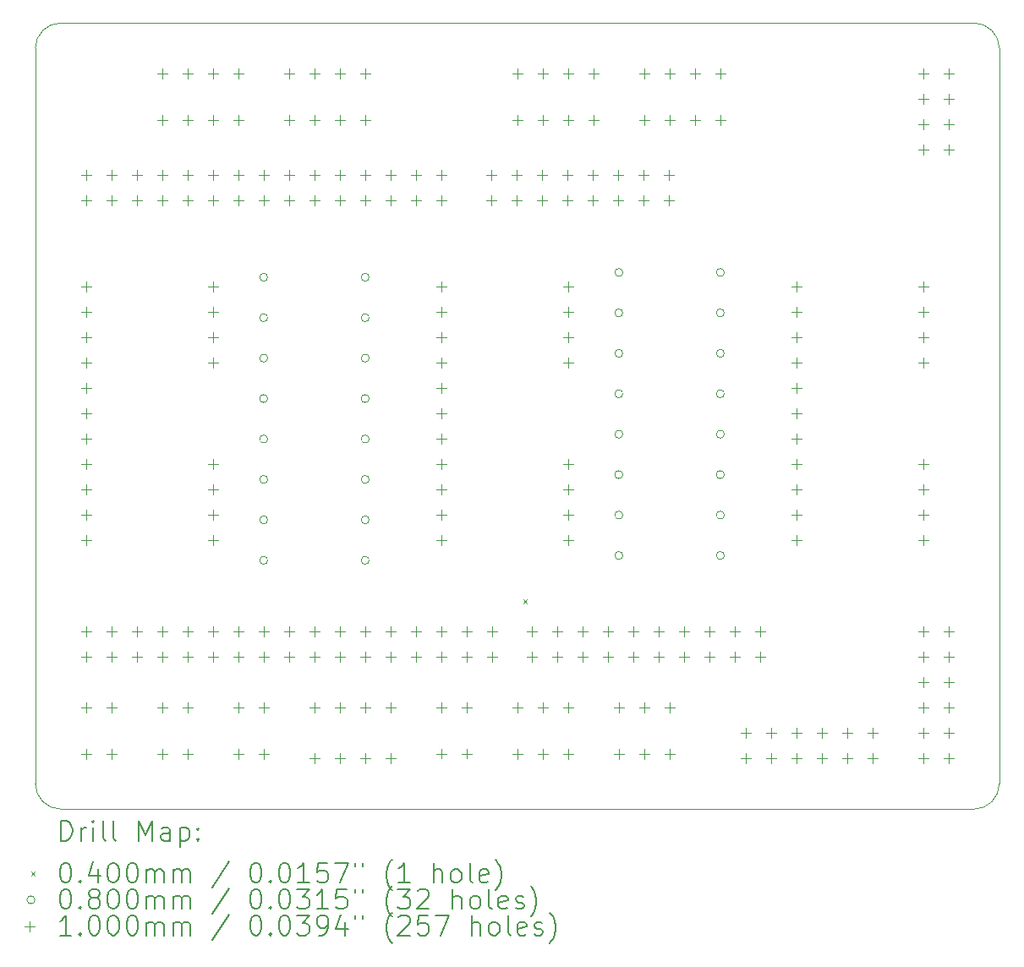
<source format=gbr>
%TF.GenerationSoftware,KiCad,Pcbnew,8.0.4*%
%TF.CreationDate,2024-11-25T17:42:07+09:00*%
%TF.ProjectId,F767ZI_MB_V1.0,46373637-5a49-45f4-9d42-5f56312e302e,rev?*%
%TF.SameCoordinates,Original*%
%TF.FileFunction,Drillmap*%
%TF.FilePolarity,Positive*%
%FSLAX45Y45*%
G04 Gerber Fmt 4.5, Leading zero omitted, Abs format (unit mm)*
G04 Created by KiCad (PCBNEW 8.0.4) date 2024-11-25 17:42:07*
%MOMM*%
%LPD*%
G01*
G04 APERTURE LIST*
%ADD10C,0.100000*%
%ADD11C,0.200000*%
G04 APERTURE END LIST*
D10*
X7620000Y-13970000D02*
G75*
G02*
X7366000Y-13716000I0J254000D01*
G01*
X7366000Y-13716000D02*
X7366000Y-6350000D01*
X16764000Y-6096000D02*
X7620000Y-6096000D01*
X16764000Y-6096000D02*
G75*
G02*
X17018000Y-6350000I0J-254000D01*
G01*
X7366000Y-6350000D02*
G75*
G02*
X7620000Y-6096000I254000J0D01*
G01*
X17018000Y-6350000D02*
X17018000Y-13716000D01*
X17018000Y-13716000D02*
G75*
G02*
X16764000Y-13970000I-254000J0D01*
G01*
X16764000Y-13970000D02*
X7620000Y-13970000D01*
D11*
D10*
X12250170Y-11869610D02*
X12290170Y-11909610D01*
X12290170Y-11869610D02*
X12250170Y-11909610D01*
X9692000Y-8642600D02*
G75*
G02*
X9612000Y-8642600I-40000J0D01*
G01*
X9612000Y-8642600D02*
G75*
G02*
X9692000Y-8642600I40000J0D01*
G01*
X9692000Y-9047600D02*
G75*
G02*
X9612000Y-9047600I-40000J0D01*
G01*
X9612000Y-9047600D02*
G75*
G02*
X9692000Y-9047600I40000J0D01*
G01*
X9692000Y-9452600D02*
G75*
G02*
X9612000Y-9452600I-40000J0D01*
G01*
X9612000Y-9452600D02*
G75*
G02*
X9692000Y-9452600I40000J0D01*
G01*
X9692000Y-9857600D02*
G75*
G02*
X9612000Y-9857600I-40000J0D01*
G01*
X9612000Y-9857600D02*
G75*
G02*
X9692000Y-9857600I40000J0D01*
G01*
X9692000Y-10262600D02*
G75*
G02*
X9612000Y-10262600I-40000J0D01*
G01*
X9612000Y-10262600D02*
G75*
G02*
X9692000Y-10262600I40000J0D01*
G01*
X9692000Y-10667600D02*
G75*
G02*
X9612000Y-10667600I-40000J0D01*
G01*
X9612000Y-10667600D02*
G75*
G02*
X9692000Y-10667600I40000J0D01*
G01*
X9692000Y-11072600D02*
G75*
G02*
X9612000Y-11072600I-40000J0D01*
G01*
X9612000Y-11072600D02*
G75*
G02*
X9692000Y-11072600I40000J0D01*
G01*
X9692000Y-11477600D02*
G75*
G02*
X9612000Y-11477600I-40000J0D01*
G01*
X9612000Y-11477600D02*
G75*
G02*
X9692000Y-11477600I40000J0D01*
G01*
X10708000Y-8642600D02*
G75*
G02*
X10628000Y-8642600I-40000J0D01*
G01*
X10628000Y-8642600D02*
G75*
G02*
X10708000Y-8642600I40000J0D01*
G01*
X10708000Y-9047600D02*
G75*
G02*
X10628000Y-9047600I-40000J0D01*
G01*
X10628000Y-9047600D02*
G75*
G02*
X10708000Y-9047600I40000J0D01*
G01*
X10708000Y-9452600D02*
G75*
G02*
X10628000Y-9452600I-40000J0D01*
G01*
X10628000Y-9452600D02*
G75*
G02*
X10708000Y-9452600I40000J0D01*
G01*
X10708000Y-9857600D02*
G75*
G02*
X10628000Y-9857600I-40000J0D01*
G01*
X10628000Y-9857600D02*
G75*
G02*
X10708000Y-9857600I40000J0D01*
G01*
X10708000Y-10262600D02*
G75*
G02*
X10628000Y-10262600I-40000J0D01*
G01*
X10628000Y-10262600D02*
G75*
G02*
X10708000Y-10262600I40000J0D01*
G01*
X10708000Y-10667600D02*
G75*
G02*
X10628000Y-10667600I-40000J0D01*
G01*
X10628000Y-10667600D02*
G75*
G02*
X10708000Y-10667600I40000J0D01*
G01*
X10708000Y-11072600D02*
G75*
G02*
X10628000Y-11072600I-40000J0D01*
G01*
X10628000Y-11072600D02*
G75*
G02*
X10708000Y-11072600I40000J0D01*
G01*
X10708000Y-11477600D02*
G75*
G02*
X10628000Y-11477600I-40000J0D01*
G01*
X10628000Y-11477600D02*
G75*
G02*
X10708000Y-11477600I40000J0D01*
G01*
X13248000Y-8594600D02*
G75*
G02*
X13168000Y-8594600I-40000J0D01*
G01*
X13168000Y-8594600D02*
G75*
G02*
X13248000Y-8594600I40000J0D01*
G01*
X13248000Y-8999600D02*
G75*
G02*
X13168000Y-8999600I-40000J0D01*
G01*
X13168000Y-8999600D02*
G75*
G02*
X13248000Y-8999600I40000J0D01*
G01*
X13248000Y-9404600D02*
G75*
G02*
X13168000Y-9404600I-40000J0D01*
G01*
X13168000Y-9404600D02*
G75*
G02*
X13248000Y-9404600I40000J0D01*
G01*
X13248000Y-9809600D02*
G75*
G02*
X13168000Y-9809600I-40000J0D01*
G01*
X13168000Y-9809600D02*
G75*
G02*
X13248000Y-9809600I40000J0D01*
G01*
X13248000Y-10214600D02*
G75*
G02*
X13168000Y-10214600I-40000J0D01*
G01*
X13168000Y-10214600D02*
G75*
G02*
X13248000Y-10214600I40000J0D01*
G01*
X13248000Y-10619600D02*
G75*
G02*
X13168000Y-10619600I-40000J0D01*
G01*
X13168000Y-10619600D02*
G75*
G02*
X13248000Y-10619600I40000J0D01*
G01*
X13248000Y-11024600D02*
G75*
G02*
X13168000Y-11024600I-40000J0D01*
G01*
X13168000Y-11024600D02*
G75*
G02*
X13248000Y-11024600I40000J0D01*
G01*
X13248000Y-11429600D02*
G75*
G02*
X13168000Y-11429600I-40000J0D01*
G01*
X13168000Y-11429600D02*
G75*
G02*
X13248000Y-11429600I40000J0D01*
G01*
X14264000Y-8594600D02*
G75*
G02*
X14184000Y-8594600I-40000J0D01*
G01*
X14184000Y-8594600D02*
G75*
G02*
X14264000Y-8594600I40000J0D01*
G01*
X14264000Y-8999600D02*
G75*
G02*
X14184000Y-8999600I-40000J0D01*
G01*
X14184000Y-8999600D02*
G75*
G02*
X14264000Y-8999600I40000J0D01*
G01*
X14264000Y-9404600D02*
G75*
G02*
X14184000Y-9404600I-40000J0D01*
G01*
X14184000Y-9404600D02*
G75*
G02*
X14264000Y-9404600I40000J0D01*
G01*
X14264000Y-9809600D02*
G75*
G02*
X14184000Y-9809600I-40000J0D01*
G01*
X14184000Y-9809600D02*
G75*
G02*
X14264000Y-9809600I40000J0D01*
G01*
X14264000Y-10214600D02*
G75*
G02*
X14184000Y-10214600I-40000J0D01*
G01*
X14184000Y-10214600D02*
G75*
G02*
X14264000Y-10214600I40000J0D01*
G01*
X14264000Y-10619600D02*
G75*
G02*
X14184000Y-10619600I-40000J0D01*
G01*
X14184000Y-10619600D02*
G75*
G02*
X14264000Y-10619600I40000J0D01*
G01*
X14264000Y-11024600D02*
G75*
G02*
X14184000Y-11024600I-40000J0D01*
G01*
X14184000Y-11024600D02*
G75*
G02*
X14264000Y-11024600I40000J0D01*
G01*
X14264000Y-11429600D02*
G75*
G02*
X14184000Y-11429600I-40000J0D01*
G01*
X14184000Y-11429600D02*
G75*
G02*
X14264000Y-11429600I40000J0D01*
G01*
X7874000Y-7570000D02*
X7874000Y-7670000D01*
X7824000Y-7620000D02*
X7924000Y-7620000D01*
X7874000Y-7824000D02*
X7874000Y-7924000D01*
X7824000Y-7874000D02*
X7924000Y-7874000D01*
X7874000Y-8688600D02*
X7874000Y-8788600D01*
X7824000Y-8738600D02*
X7924000Y-8738600D01*
X7874000Y-8942600D02*
X7874000Y-9042600D01*
X7824000Y-8992600D02*
X7924000Y-8992600D01*
X7874000Y-9196600D02*
X7874000Y-9296600D01*
X7824000Y-9246600D02*
X7924000Y-9246600D01*
X7874000Y-9450600D02*
X7874000Y-9550600D01*
X7824000Y-9500600D02*
X7924000Y-9500600D01*
X7874000Y-9704600D02*
X7874000Y-9804600D01*
X7824000Y-9754600D02*
X7924000Y-9754600D01*
X7874000Y-9958600D02*
X7874000Y-10058600D01*
X7824000Y-10008600D02*
X7924000Y-10008600D01*
X7874000Y-10212600D02*
X7874000Y-10312600D01*
X7824000Y-10262600D02*
X7924000Y-10262600D01*
X7874000Y-10466600D02*
X7874000Y-10566600D01*
X7824000Y-10516600D02*
X7924000Y-10516600D01*
X7874000Y-10720600D02*
X7874000Y-10820600D01*
X7824000Y-10770600D02*
X7924000Y-10770600D01*
X7874000Y-10974600D02*
X7874000Y-11074600D01*
X7824000Y-11024600D02*
X7924000Y-11024600D01*
X7874000Y-11228600D02*
X7874000Y-11328600D01*
X7824000Y-11278600D02*
X7924000Y-11278600D01*
X7874000Y-12142000D02*
X7874000Y-12242000D01*
X7824000Y-12192000D02*
X7924000Y-12192000D01*
X7874000Y-12396000D02*
X7874000Y-12496000D01*
X7824000Y-12446000D02*
X7924000Y-12446000D01*
X7874000Y-12904000D02*
X7874000Y-13004000D01*
X7824000Y-12954000D02*
X7924000Y-12954000D01*
X7874000Y-13369000D02*
X7874000Y-13469000D01*
X7824000Y-13419000D02*
X7924000Y-13419000D01*
X8128000Y-7570000D02*
X8128000Y-7670000D01*
X8078000Y-7620000D02*
X8178000Y-7620000D01*
X8128000Y-7824000D02*
X8128000Y-7924000D01*
X8078000Y-7874000D02*
X8178000Y-7874000D01*
X8128000Y-12142000D02*
X8128000Y-12242000D01*
X8078000Y-12192000D02*
X8178000Y-12192000D01*
X8128000Y-12396000D02*
X8128000Y-12496000D01*
X8078000Y-12446000D02*
X8178000Y-12446000D01*
X8128000Y-12904000D02*
X8128000Y-13004000D01*
X8078000Y-12954000D02*
X8178000Y-12954000D01*
X8128000Y-13369000D02*
X8128000Y-13469000D01*
X8078000Y-13419000D02*
X8178000Y-13419000D01*
X8382000Y-7570000D02*
X8382000Y-7670000D01*
X8332000Y-7620000D02*
X8432000Y-7620000D01*
X8382000Y-7824000D02*
X8382000Y-7924000D01*
X8332000Y-7874000D02*
X8432000Y-7874000D01*
X8382000Y-12142000D02*
X8382000Y-12242000D01*
X8332000Y-12192000D02*
X8432000Y-12192000D01*
X8382000Y-12396000D02*
X8382000Y-12496000D01*
X8332000Y-12446000D02*
X8432000Y-12446000D01*
X8636000Y-6554000D02*
X8636000Y-6654000D01*
X8586000Y-6604000D02*
X8686000Y-6604000D01*
X8636000Y-7019000D02*
X8636000Y-7119000D01*
X8586000Y-7069000D02*
X8686000Y-7069000D01*
X8636000Y-7570000D02*
X8636000Y-7670000D01*
X8586000Y-7620000D02*
X8686000Y-7620000D01*
X8636000Y-7824000D02*
X8636000Y-7924000D01*
X8586000Y-7874000D02*
X8686000Y-7874000D01*
X8636000Y-12142000D02*
X8636000Y-12242000D01*
X8586000Y-12192000D02*
X8686000Y-12192000D01*
X8636000Y-12396000D02*
X8636000Y-12496000D01*
X8586000Y-12446000D02*
X8686000Y-12446000D01*
X8636000Y-12904000D02*
X8636000Y-13004000D01*
X8586000Y-12954000D02*
X8686000Y-12954000D01*
X8636000Y-13369000D02*
X8636000Y-13469000D01*
X8586000Y-13419000D02*
X8686000Y-13419000D01*
X8890000Y-6554000D02*
X8890000Y-6654000D01*
X8840000Y-6604000D02*
X8940000Y-6604000D01*
X8890000Y-7019000D02*
X8890000Y-7119000D01*
X8840000Y-7069000D02*
X8940000Y-7069000D01*
X8890000Y-7570000D02*
X8890000Y-7670000D01*
X8840000Y-7620000D02*
X8940000Y-7620000D01*
X8890000Y-7824000D02*
X8890000Y-7924000D01*
X8840000Y-7874000D02*
X8940000Y-7874000D01*
X8890000Y-12142000D02*
X8890000Y-12242000D01*
X8840000Y-12192000D02*
X8940000Y-12192000D01*
X8890000Y-12396000D02*
X8890000Y-12496000D01*
X8840000Y-12446000D02*
X8940000Y-12446000D01*
X8890000Y-12904000D02*
X8890000Y-13004000D01*
X8840000Y-12954000D02*
X8940000Y-12954000D01*
X8890000Y-13369000D02*
X8890000Y-13469000D01*
X8840000Y-13419000D02*
X8940000Y-13419000D01*
X9144000Y-6554000D02*
X9144000Y-6654000D01*
X9094000Y-6604000D02*
X9194000Y-6604000D01*
X9144000Y-7019000D02*
X9144000Y-7119000D01*
X9094000Y-7069000D02*
X9194000Y-7069000D01*
X9144000Y-7570000D02*
X9144000Y-7670000D01*
X9094000Y-7620000D02*
X9194000Y-7620000D01*
X9144000Y-7824000D02*
X9144000Y-7924000D01*
X9094000Y-7874000D02*
X9194000Y-7874000D01*
X9144000Y-8688600D02*
X9144000Y-8788600D01*
X9094000Y-8738600D02*
X9194000Y-8738600D01*
X9144000Y-8942600D02*
X9144000Y-9042600D01*
X9094000Y-8992600D02*
X9194000Y-8992600D01*
X9144000Y-9196600D02*
X9144000Y-9296600D01*
X9094000Y-9246600D02*
X9194000Y-9246600D01*
X9144000Y-9450600D02*
X9144000Y-9550600D01*
X9094000Y-9500600D02*
X9194000Y-9500600D01*
X9144000Y-10466600D02*
X9144000Y-10566600D01*
X9094000Y-10516600D02*
X9194000Y-10516600D01*
X9144000Y-10720600D02*
X9144000Y-10820600D01*
X9094000Y-10770600D02*
X9194000Y-10770600D01*
X9144000Y-10974600D02*
X9144000Y-11074600D01*
X9094000Y-11024600D02*
X9194000Y-11024600D01*
X9144000Y-11228600D02*
X9144000Y-11328600D01*
X9094000Y-11278600D02*
X9194000Y-11278600D01*
X9144000Y-12142000D02*
X9144000Y-12242000D01*
X9094000Y-12192000D02*
X9194000Y-12192000D01*
X9144000Y-12396000D02*
X9144000Y-12496000D01*
X9094000Y-12446000D02*
X9194000Y-12446000D01*
X9398000Y-6554000D02*
X9398000Y-6654000D01*
X9348000Y-6604000D02*
X9448000Y-6604000D01*
X9398000Y-7019000D02*
X9398000Y-7119000D01*
X9348000Y-7069000D02*
X9448000Y-7069000D01*
X9398000Y-7570000D02*
X9398000Y-7670000D01*
X9348000Y-7620000D02*
X9448000Y-7620000D01*
X9398000Y-7824000D02*
X9398000Y-7924000D01*
X9348000Y-7874000D02*
X9448000Y-7874000D01*
X9398000Y-12142000D02*
X9398000Y-12242000D01*
X9348000Y-12192000D02*
X9448000Y-12192000D01*
X9398000Y-12396000D02*
X9398000Y-12496000D01*
X9348000Y-12446000D02*
X9448000Y-12446000D01*
X9398000Y-12904000D02*
X9398000Y-13004000D01*
X9348000Y-12954000D02*
X9448000Y-12954000D01*
X9398000Y-13369000D02*
X9398000Y-13469000D01*
X9348000Y-13419000D02*
X9448000Y-13419000D01*
X9652000Y-7570000D02*
X9652000Y-7670000D01*
X9602000Y-7620000D02*
X9702000Y-7620000D01*
X9652000Y-7824000D02*
X9652000Y-7924000D01*
X9602000Y-7874000D02*
X9702000Y-7874000D01*
X9652000Y-12142000D02*
X9652000Y-12242000D01*
X9602000Y-12192000D02*
X9702000Y-12192000D01*
X9652000Y-12396000D02*
X9652000Y-12496000D01*
X9602000Y-12446000D02*
X9702000Y-12446000D01*
X9652000Y-12904000D02*
X9652000Y-13004000D01*
X9602000Y-12954000D02*
X9702000Y-12954000D01*
X9652000Y-13369000D02*
X9652000Y-13469000D01*
X9602000Y-13419000D02*
X9702000Y-13419000D01*
X9906000Y-6554000D02*
X9906000Y-6654000D01*
X9856000Y-6604000D02*
X9956000Y-6604000D01*
X9906000Y-7019000D02*
X9906000Y-7119000D01*
X9856000Y-7069000D02*
X9956000Y-7069000D01*
X9906000Y-7570000D02*
X9906000Y-7670000D01*
X9856000Y-7620000D02*
X9956000Y-7620000D01*
X9906000Y-7824000D02*
X9906000Y-7924000D01*
X9856000Y-7874000D02*
X9956000Y-7874000D01*
X9906000Y-12142000D02*
X9906000Y-12242000D01*
X9856000Y-12192000D02*
X9956000Y-12192000D01*
X9906000Y-12396000D02*
X9906000Y-12496000D01*
X9856000Y-12446000D02*
X9956000Y-12446000D01*
X10160000Y-6554000D02*
X10160000Y-6654000D01*
X10110000Y-6604000D02*
X10210000Y-6604000D01*
X10160000Y-7019000D02*
X10160000Y-7119000D01*
X10110000Y-7069000D02*
X10210000Y-7069000D01*
X10160000Y-7570000D02*
X10160000Y-7670000D01*
X10110000Y-7620000D02*
X10210000Y-7620000D01*
X10160000Y-7824000D02*
X10160000Y-7924000D01*
X10110000Y-7874000D02*
X10210000Y-7874000D01*
X10160000Y-12142000D02*
X10160000Y-12242000D01*
X10110000Y-12192000D02*
X10210000Y-12192000D01*
X10160000Y-12396000D02*
X10160000Y-12496000D01*
X10110000Y-12446000D02*
X10210000Y-12446000D01*
X10160000Y-12904000D02*
X10160000Y-13004000D01*
X10110000Y-12954000D02*
X10210000Y-12954000D01*
X10160000Y-13412000D02*
X10160000Y-13512000D01*
X10110000Y-13462000D02*
X10210000Y-13462000D01*
X10414000Y-6554000D02*
X10414000Y-6654000D01*
X10364000Y-6604000D02*
X10464000Y-6604000D01*
X10414000Y-7019000D02*
X10414000Y-7119000D01*
X10364000Y-7069000D02*
X10464000Y-7069000D01*
X10414000Y-7570000D02*
X10414000Y-7670000D01*
X10364000Y-7620000D02*
X10464000Y-7620000D01*
X10414000Y-7824000D02*
X10414000Y-7924000D01*
X10364000Y-7874000D02*
X10464000Y-7874000D01*
X10414000Y-12142000D02*
X10414000Y-12242000D01*
X10364000Y-12192000D02*
X10464000Y-12192000D01*
X10414000Y-12396000D02*
X10414000Y-12496000D01*
X10364000Y-12446000D02*
X10464000Y-12446000D01*
X10414000Y-12904000D02*
X10414000Y-13004000D01*
X10364000Y-12954000D02*
X10464000Y-12954000D01*
X10414000Y-13412000D02*
X10414000Y-13512000D01*
X10364000Y-13462000D02*
X10464000Y-13462000D01*
X10668000Y-6554000D02*
X10668000Y-6654000D01*
X10618000Y-6604000D02*
X10718000Y-6604000D01*
X10668000Y-7019000D02*
X10668000Y-7119000D01*
X10618000Y-7069000D02*
X10718000Y-7069000D01*
X10668000Y-7570000D02*
X10668000Y-7670000D01*
X10618000Y-7620000D02*
X10718000Y-7620000D01*
X10668000Y-7824000D02*
X10668000Y-7924000D01*
X10618000Y-7874000D02*
X10718000Y-7874000D01*
X10668000Y-12142000D02*
X10668000Y-12242000D01*
X10618000Y-12192000D02*
X10718000Y-12192000D01*
X10668000Y-12396000D02*
X10668000Y-12496000D01*
X10618000Y-12446000D02*
X10718000Y-12446000D01*
X10668000Y-12904000D02*
X10668000Y-13004000D01*
X10618000Y-12954000D02*
X10718000Y-12954000D01*
X10668000Y-13412000D02*
X10668000Y-13512000D01*
X10618000Y-13462000D02*
X10718000Y-13462000D01*
X10922000Y-7570000D02*
X10922000Y-7670000D01*
X10872000Y-7620000D02*
X10972000Y-7620000D01*
X10922000Y-7824000D02*
X10922000Y-7924000D01*
X10872000Y-7874000D02*
X10972000Y-7874000D01*
X10922000Y-12142000D02*
X10922000Y-12242000D01*
X10872000Y-12192000D02*
X10972000Y-12192000D01*
X10922000Y-12396000D02*
X10922000Y-12496000D01*
X10872000Y-12446000D02*
X10972000Y-12446000D01*
X10922000Y-12904000D02*
X10922000Y-13004000D01*
X10872000Y-12954000D02*
X10972000Y-12954000D01*
X10922000Y-13412000D02*
X10922000Y-13512000D01*
X10872000Y-13462000D02*
X10972000Y-13462000D01*
X11176000Y-7570000D02*
X11176000Y-7670000D01*
X11126000Y-7620000D02*
X11226000Y-7620000D01*
X11176000Y-7824000D02*
X11176000Y-7924000D01*
X11126000Y-7874000D02*
X11226000Y-7874000D01*
X11176000Y-12142000D02*
X11176000Y-12242000D01*
X11126000Y-12192000D02*
X11226000Y-12192000D01*
X11176000Y-12396000D02*
X11176000Y-12496000D01*
X11126000Y-12446000D02*
X11226000Y-12446000D01*
X11430000Y-7570000D02*
X11430000Y-7670000D01*
X11380000Y-7620000D02*
X11480000Y-7620000D01*
X11430000Y-7824000D02*
X11430000Y-7924000D01*
X11380000Y-7874000D02*
X11480000Y-7874000D01*
X11430000Y-8688600D02*
X11430000Y-8788600D01*
X11380000Y-8738600D02*
X11480000Y-8738600D01*
X11430000Y-8942600D02*
X11430000Y-9042600D01*
X11380000Y-8992600D02*
X11480000Y-8992600D01*
X11430000Y-9196600D02*
X11430000Y-9296600D01*
X11380000Y-9246600D02*
X11480000Y-9246600D01*
X11430000Y-9450600D02*
X11430000Y-9550600D01*
X11380000Y-9500600D02*
X11480000Y-9500600D01*
X11430000Y-9704600D02*
X11430000Y-9804600D01*
X11380000Y-9754600D02*
X11480000Y-9754600D01*
X11430000Y-9958600D02*
X11430000Y-10058600D01*
X11380000Y-10008600D02*
X11480000Y-10008600D01*
X11430000Y-10212600D02*
X11430000Y-10312600D01*
X11380000Y-10262600D02*
X11480000Y-10262600D01*
X11430000Y-10466600D02*
X11430000Y-10566600D01*
X11380000Y-10516600D02*
X11480000Y-10516600D01*
X11430000Y-10720600D02*
X11430000Y-10820600D01*
X11380000Y-10770600D02*
X11480000Y-10770600D01*
X11430000Y-10974600D02*
X11430000Y-11074600D01*
X11380000Y-11024600D02*
X11480000Y-11024600D01*
X11430000Y-11228600D02*
X11430000Y-11328600D01*
X11380000Y-11278600D02*
X11480000Y-11278600D01*
X11430000Y-12142000D02*
X11430000Y-12242000D01*
X11380000Y-12192000D02*
X11480000Y-12192000D01*
X11430000Y-12396000D02*
X11430000Y-12496000D01*
X11380000Y-12446000D02*
X11480000Y-12446000D01*
X11430000Y-12904000D02*
X11430000Y-13004000D01*
X11380000Y-12954000D02*
X11480000Y-12954000D01*
X11430000Y-13364000D02*
X11430000Y-13464000D01*
X11380000Y-13414000D02*
X11480000Y-13414000D01*
X11684000Y-12142000D02*
X11684000Y-12242000D01*
X11634000Y-12192000D02*
X11734000Y-12192000D01*
X11684000Y-12396000D02*
X11684000Y-12496000D01*
X11634000Y-12446000D02*
X11734000Y-12446000D01*
X11684000Y-12904000D02*
X11684000Y-13004000D01*
X11634000Y-12954000D02*
X11734000Y-12954000D01*
X11684000Y-13364000D02*
X11684000Y-13464000D01*
X11634000Y-13414000D02*
X11734000Y-13414000D01*
X11930000Y-7570000D02*
X11930000Y-7670000D01*
X11880000Y-7620000D02*
X11980000Y-7620000D01*
X11930000Y-7824000D02*
X11930000Y-7924000D01*
X11880000Y-7874000D02*
X11980000Y-7874000D01*
X11938000Y-12142000D02*
X11938000Y-12242000D01*
X11888000Y-12192000D02*
X11988000Y-12192000D01*
X11938000Y-12396000D02*
X11938000Y-12496000D01*
X11888000Y-12446000D02*
X11988000Y-12446000D01*
X12184000Y-7570000D02*
X12184000Y-7670000D01*
X12134000Y-7620000D02*
X12234000Y-7620000D01*
X12184000Y-7824000D02*
X12184000Y-7924000D01*
X12134000Y-7874000D02*
X12234000Y-7874000D01*
X12192000Y-6554000D02*
X12192000Y-6654000D01*
X12142000Y-6604000D02*
X12242000Y-6604000D01*
X12192000Y-7019000D02*
X12192000Y-7119000D01*
X12142000Y-7069000D02*
X12242000Y-7069000D01*
X12192000Y-12904000D02*
X12192000Y-13004000D01*
X12142000Y-12954000D02*
X12242000Y-12954000D01*
X12192000Y-13369000D02*
X12192000Y-13469000D01*
X12142000Y-13419000D02*
X12242000Y-13419000D01*
X12338000Y-12142000D02*
X12338000Y-12242000D01*
X12288000Y-12192000D02*
X12388000Y-12192000D01*
X12338000Y-12396000D02*
X12338000Y-12496000D01*
X12288000Y-12446000D02*
X12388000Y-12446000D01*
X12438000Y-7570000D02*
X12438000Y-7670000D01*
X12388000Y-7620000D02*
X12488000Y-7620000D01*
X12438000Y-7824000D02*
X12438000Y-7924000D01*
X12388000Y-7874000D02*
X12488000Y-7874000D01*
X12446000Y-6554000D02*
X12446000Y-6654000D01*
X12396000Y-6604000D02*
X12496000Y-6604000D01*
X12446000Y-7019000D02*
X12446000Y-7119000D01*
X12396000Y-7069000D02*
X12496000Y-7069000D01*
X12446000Y-12904000D02*
X12446000Y-13004000D01*
X12396000Y-12954000D02*
X12496000Y-12954000D01*
X12446000Y-13369000D02*
X12446000Y-13469000D01*
X12396000Y-13419000D02*
X12496000Y-13419000D01*
X12592000Y-12142000D02*
X12592000Y-12242000D01*
X12542000Y-12192000D02*
X12642000Y-12192000D01*
X12592000Y-12396000D02*
X12592000Y-12496000D01*
X12542000Y-12446000D02*
X12642000Y-12446000D01*
X12692000Y-7570000D02*
X12692000Y-7670000D01*
X12642000Y-7620000D02*
X12742000Y-7620000D01*
X12692000Y-7824000D02*
X12692000Y-7924000D01*
X12642000Y-7874000D02*
X12742000Y-7874000D01*
X12700000Y-6554000D02*
X12700000Y-6654000D01*
X12650000Y-6604000D02*
X12750000Y-6604000D01*
X12700000Y-7019000D02*
X12700000Y-7119000D01*
X12650000Y-7069000D02*
X12750000Y-7069000D01*
X12700000Y-8688600D02*
X12700000Y-8788600D01*
X12650000Y-8738600D02*
X12750000Y-8738600D01*
X12700000Y-8942600D02*
X12700000Y-9042600D01*
X12650000Y-8992600D02*
X12750000Y-8992600D01*
X12700000Y-9196600D02*
X12700000Y-9296600D01*
X12650000Y-9246600D02*
X12750000Y-9246600D01*
X12700000Y-9450600D02*
X12700000Y-9550600D01*
X12650000Y-9500600D02*
X12750000Y-9500600D01*
X12700000Y-10466600D02*
X12700000Y-10566600D01*
X12650000Y-10516600D02*
X12750000Y-10516600D01*
X12700000Y-10720600D02*
X12700000Y-10820600D01*
X12650000Y-10770600D02*
X12750000Y-10770600D01*
X12700000Y-10974600D02*
X12700000Y-11074600D01*
X12650000Y-11024600D02*
X12750000Y-11024600D01*
X12700000Y-11228600D02*
X12700000Y-11328600D01*
X12650000Y-11278600D02*
X12750000Y-11278600D01*
X12700000Y-12904000D02*
X12700000Y-13004000D01*
X12650000Y-12954000D02*
X12750000Y-12954000D01*
X12700000Y-13369000D02*
X12700000Y-13469000D01*
X12650000Y-13419000D02*
X12750000Y-13419000D01*
X12846000Y-12142000D02*
X12846000Y-12242000D01*
X12796000Y-12192000D02*
X12896000Y-12192000D01*
X12846000Y-12396000D02*
X12846000Y-12496000D01*
X12796000Y-12446000D02*
X12896000Y-12446000D01*
X12946000Y-7570000D02*
X12946000Y-7670000D01*
X12896000Y-7620000D02*
X12996000Y-7620000D01*
X12946000Y-7824000D02*
X12946000Y-7924000D01*
X12896000Y-7874000D02*
X12996000Y-7874000D01*
X12954000Y-6554000D02*
X12954000Y-6654000D01*
X12904000Y-6604000D02*
X13004000Y-6604000D01*
X12954000Y-7019000D02*
X12954000Y-7119000D01*
X12904000Y-7069000D02*
X13004000Y-7069000D01*
X13100000Y-12142000D02*
X13100000Y-12242000D01*
X13050000Y-12192000D02*
X13150000Y-12192000D01*
X13100000Y-12396000D02*
X13100000Y-12496000D01*
X13050000Y-12446000D02*
X13150000Y-12446000D01*
X13200000Y-7570000D02*
X13200000Y-7670000D01*
X13150000Y-7620000D02*
X13250000Y-7620000D01*
X13200000Y-7824000D02*
X13200000Y-7924000D01*
X13150000Y-7874000D02*
X13250000Y-7874000D01*
X13208000Y-12904000D02*
X13208000Y-13004000D01*
X13158000Y-12954000D02*
X13258000Y-12954000D01*
X13208000Y-13369000D02*
X13208000Y-13469000D01*
X13158000Y-13419000D02*
X13258000Y-13419000D01*
X13354000Y-12142000D02*
X13354000Y-12242000D01*
X13304000Y-12192000D02*
X13404000Y-12192000D01*
X13354000Y-12396000D02*
X13354000Y-12496000D01*
X13304000Y-12446000D02*
X13404000Y-12446000D01*
X13454000Y-7570000D02*
X13454000Y-7670000D01*
X13404000Y-7620000D02*
X13504000Y-7620000D01*
X13454000Y-7824000D02*
X13454000Y-7924000D01*
X13404000Y-7874000D02*
X13504000Y-7874000D01*
X13462000Y-6554000D02*
X13462000Y-6654000D01*
X13412000Y-6604000D02*
X13512000Y-6604000D01*
X13462000Y-7019000D02*
X13462000Y-7119000D01*
X13412000Y-7069000D02*
X13512000Y-7069000D01*
X13462000Y-12904000D02*
X13462000Y-13004000D01*
X13412000Y-12954000D02*
X13512000Y-12954000D01*
X13462000Y-13369000D02*
X13462000Y-13469000D01*
X13412000Y-13419000D02*
X13512000Y-13419000D01*
X13608000Y-12142000D02*
X13608000Y-12242000D01*
X13558000Y-12192000D02*
X13658000Y-12192000D01*
X13608000Y-12396000D02*
X13608000Y-12496000D01*
X13558000Y-12446000D02*
X13658000Y-12446000D01*
X13708000Y-7570000D02*
X13708000Y-7670000D01*
X13658000Y-7620000D02*
X13758000Y-7620000D01*
X13708000Y-7824000D02*
X13708000Y-7924000D01*
X13658000Y-7874000D02*
X13758000Y-7874000D01*
X13716000Y-6554000D02*
X13716000Y-6654000D01*
X13666000Y-6604000D02*
X13766000Y-6604000D01*
X13716000Y-7019000D02*
X13716000Y-7119000D01*
X13666000Y-7069000D02*
X13766000Y-7069000D01*
X13716000Y-12904000D02*
X13716000Y-13004000D01*
X13666000Y-12954000D02*
X13766000Y-12954000D01*
X13716000Y-13369000D02*
X13716000Y-13469000D01*
X13666000Y-13419000D02*
X13766000Y-13419000D01*
X13862000Y-12142000D02*
X13862000Y-12242000D01*
X13812000Y-12192000D02*
X13912000Y-12192000D01*
X13862000Y-12396000D02*
X13862000Y-12496000D01*
X13812000Y-12446000D02*
X13912000Y-12446000D01*
X13970000Y-6554000D02*
X13970000Y-6654000D01*
X13920000Y-6604000D02*
X14020000Y-6604000D01*
X13970000Y-7019000D02*
X13970000Y-7119000D01*
X13920000Y-7069000D02*
X14020000Y-7069000D01*
X14116000Y-12142000D02*
X14116000Y-12242000D01*
X14066000Y-12192000D02*
X14166000Y-12192000D01*
X14116000Y-12396000D02*
X14116000Y-12496000D01*
X14066000Y-12446000D02*
X14166000Y-12446000D01*
X14224000Y-6554000D02*
X14224000Y-6654000D01*
X14174000Y-6604000D02*
X14274000Y-6604000D01*
X14224000Y-7019000D02*
X14224000Y-7119000D01*
X14174000Y-7069000D02*
X14274000Y-7069000D01*
X14370000Y-12142000D02*
X14370000Y-12242000D01*
X14320000Y-12192000D02*
X14420000Y-12192000D01*
X14370000Y-12396000D02*
X14370000Y-12496000D01*
X14320000Y-12446000D02*
X14420000Y-12446000D01*
X14478000Y-13158000D02*
X14478000Y-13258000D01*
X14428000Y-13208000D02*
X14528000Y-13208000D01*
X14478000Y-13412000D02*
X14478000Y-13512000D01*
X14428000Y-13462000D02*
X14528000Y-13462000D01*
X14624000Y-12142000D02*
X14624000Y-12242000D01*
X14574000Y-12192000D02*
X14674000Y-12192000D01*
X14624000Y-12396000D02*
X14624000Y-12496000D01*
X14574000Y-12446000D02*
X14674000Y-12446000D01*
X14732000Y-13158000D02*
X14732000Y-13258000D01*
X14682000Y-13208000D02*
X14782000Y-13208000D01*
X14732000Y-13412000D02*
X14732000Y-13512000D01*
X14682000Y-13462000D02*
X14782000Y-13462000D01*
X14986000Y-8688600D02*
X14986000Y-8788600D01*
X14936000Y-8738600D02*
X15036000Y-8738600D01*
X14986000Y-8942600D02*
X14986000Y-9042600D01*
X14936000Y-8992600D02*
X15036000Y-8992600D01*
X14986000Y-9196600D02*
X14986000Y-9296600D01*
X14936000Y-9246600D02*
X15036000Y-9246600D01*
X14986000Y-9450600D02*
X14986000Y-9550600D01*
X14936000Y-9500600D02*
X15036000Y-9500600D01*
X14986000Y-9704600D02*
X14986000Y-9804600D01*
X14936000Y-9754600D02*
X15036000Y-9754600D01*
X14986000Y-9958600D02*
X14986000Y-10058600D01*
X14936000Y-10008600D02*
X15036000Y-10008600D01*
X14986000Y-10212600D02*
X14986000Y-10312600D01*
X14936000Y-10262600D02*
X15036000Y-10262600D01*
X14986000Y-10466600D02*
X14986000Y-10566600D01*
X14936000Y-10516600D02*
X15036000Y-10516600D01*
X14986000Y-10720600D02*
X14986000Y-10820600D01*
X14936000Y-10770600D02*
X15036000Y-10770600D01*
X14986000Y-10974600D02*
X14986000Y-11074600D01*
X14936000Y-11024600D02*
X15036000Y-11024600D01*
X14986000Y-11228600D02*
X14986000Y-11328600D01*
X14936000Y-11278600D02*
X15036000Y-11278600D01*
X14986000Y-13158000D02*
X14986000Y-13258000D01*
X14936000Y-13208000D02*
X15036000Y-13208000D01*
X14986000Y-13412000D02*
X14986000Y-13512000D01*
X14936000Y-13462000D02*
X15036000Y-13462000D01*
X15240000Y-13158000D02*
X15240000Y-13258000D01*
X15190000Y-13208000D02*
X15290000Y-13208000D01*
X15240000Y-13412000D02*
X15240000Y-13512000D01*
X15190000Y-13462000D02*
X15290000Y-13462000D01*
X15494000Y-13158000D02*
X15494000Y-13258000D01*
X15444000Y-13208000D02*
X15544000Y-13208000D01*
X15494000Y-13412000D02*
X15494000Y-13512000D01*
X15444000Y-13462000D02*
X15544000Y-13462000D01*
X15748000Y-13158000D02*
X15748000Y-13258000D01*
X15698000Y-13208000D02*
X15798000Y-13208000D01*
X15748000Y-13412000D02*
X15748000Y-13512000D01*
X15698000Y-13462000D02*
X15798000Y-13462000D01*
X16256000Y-6554000D02*
X16256000Y-6654000D01*
X16206000Y-6604000D02*
X16306000Y-6604000D01*
X16256000Y-6808000D02*
X16256000Y-6908000D01*
X16206000Y-6858000D02*
X16306000Y-6858000D01*
X16256000Y-7062000D02*
X16256000Y-7162000D01*
X16206000Y-7112000D02*
X16306000Y-7112000D01*
X16256000Y-7316000D02*
X16256000Y-7416000D01*
X16206000Y-7366000D02*
X16306000Y-7366000D01*
X16256000Y-8688600D02*
X16256000Y-8788600D01*
X16206000Y-8738600D02*
X16306000Y-8738600D01*
X16256000Y-8942600D02*
X16256000Y-9042600D01*
X16206000Y-8992600D02*
X16306000Y-8992600D01*
X16256000Y-9196600D02*
X16256000Y-9296600D01*
X16206000Y-9246600D02*
X16306000Y-9246600D01*
X16256000Y-9450600D02*
X16256000Y-9550600D01*
X16206000Y-9500600D02*
X16306000Y-9500600D01*
X16256000Y-10466600D02*
X16256000Y-10566600D01*
X16206000Y-10516600D02*
X16306000Y-10516600D01*
X16256000Y-10720600D02*
X16256000Y-10820600D01*
X16206000Y-10770600D02*
X16306000Y-10770600D01*
X16256000Y-10974600D02*
X16256000Y-11074600D01*
X16206000Y-11024600D02*
X16306000Y-11024600D01*
X16256000Y-11228600D02*
X16256000Y-11328600D01*
X16206000Y-11278600D02*
X16306000Y-11278600D01*
X16256000Y-12142000D02*
X16256000Y-12242000D01*
X16206000Y-12192000D02*
X16306000Y-12192000D01*
X16256000Y-12396000D02*
X16256000Y-12496000D01*
X16206000Y-12446000D02*
X16306000Y-12446000D01*
X16256000Y-12650000D02*
X16256000Y-12750000D01*
X16206000Y-12700000D02*
X16306000Y-12700000D01*
X16256000Y-12904000D02*
X16256000Y-13004000D01*
X16206000Y-12954000D02*
X16306000Y-12954000D01*
X16256000Y-13158000D02*
X16256000Y-13258000D01*
X16206000Y-13208000D02*
X16306000Y-13208000D01*
X16256000Y-13412000D02*
X16256000Y-13512000D01*
X16206000Y-13462000D02*
X16306000Y-13462000D01*
X16510000Y-6554000D02*
X16510000Y-6654000D01*
X16460000Y-6604000D02*
X16560000Y-6604000D01*
X16510000Y-6808000D02*
X16510000Y-6908000D01*
X16460000Y-6858000D02*
X16560000Y-6858000D01*
X16510000Y-7062000D02*
X16510000Y-7162000D01*
X16460000Y-7112000D02*
X16560000Y-7112000D01*
X16510000Y-7316000D02*
X16510000Y-7416000D01*
X16460000Y-7366000D02*
X16560000Y-7366000D01*
X16510000Y-12142000D02*
X16510000Y-12242000D01*
X16460000Y-12192000D02*
X16560000Y-12192000D01*
X16510000Y-12396000D02*
X16510000Y-12496000D01*
X16460000Y-12446000D02*
X16560000Y-12446000D01*
X16510000Y-12650000D02*
X16510000Y-12750000D01*
X16460000Y-12700000D02*
X16560000Y-12700000D01*
X16510000Y-12904000D02*
X16510000Y-13004000D01*
X16460000Y-12954000D02*
X16560000Y-12954000D01*
X16510000Y-13158000D02*
X16510000Y-13258000D01*
X16460000Y-13208000D02*
X16560000Y-13208000D01*
X16510000Y-13412000D02*
X16510000Y-13512000D01*
X16460000Y-13462000D02*
X16560000Y-13462000D01*
D11*
X7621777Y-14286484D02*
X7621777Y-14086484D01*
X7621777Y-14086484D02*
X7669396Y-14086484D01*
X7669396Y-14086484D02*
X7697967Y-14096008D01*
X7697967Y-14096008D02*
X7717015Y-14115055D01*
X7717015Y-14115055D02*
X7726539Y-14134103D01*
X7726539Y-14134103D02*
X7736062Y-14172198D01*
X7736062Y-14172198D02*
X7736062Y-14200769D01*
X7736062Y-14200769D02*
X7726539Y-14238865D01*
X7726539Y-14238865D02*
X7717015Y-14257912D01*
X7717015Y-14257912D02*
X7697967Y-14276960D01*
X7697967Y-14276960D02*
X7669396Y-14286484D01*
X7669396Y-14286484D02*
X7621777Y-14286484D01*
X7821777Y-14286484D02*
X7821777Y-14153150D01*
X7821777Y-14191246D02*
X7831301Y-14172198D01*
X7831301Y-14172198D02*
X7840824Y-14162674D01*
X7840824Y-14162674D02*
X7859872Y-14153150D01*
X7859872Y-14153150D02*
X7878920Y-14153150D01*
X7945586Y-14286484D02*
X7945586Y-14153150D01*
X7945586Y-14086484D02*
X7936062Y-14096008D01*
X7936062Y-14096008D02*
X7945586Y-14105531D01*
X7945586Y-14105531D02*
X7955110Y-14096008D01*
X7955110Y-14096008D02*
X7945586Y-14086484D01*
X7945586Y-14086484D02*
X7945586Y-14105531D01*
X8069396Y-14286484D02*
X8050348Y-14276960D01*
X8050348Y-14276960D02*
X8040824Y-14257912D01*
X8040824Y-14257912D02*
X8040824Y-14086484D01*
X8174158Y-14286484D02*
X8155110Y-14276960D01*
X8155110Y-14276960D02*
X8145586Y-14257912D01*
X8145586Y-14257912D02*
X8145586Y-14086484D01*
X8402729Y-14286484D02*
X8402729Y-14086484D01*
X8402729Y-14086484D02*
X8469396Y-14229341D01*
X8469396Y-14229341D02*
X8536063Y-14086484D01*
X8536063Y-14086484D02*
X8536063Y-14286484D01*
X8717015Y-14286484D02*
X8717015Y-14181722D01*
X8717015Y-14181722D02*
X8707491Y-14162674D01*
X8707491Y-14162674D02*
X8688444Y-14153150D01*
X8688444Y-14153150D02*
X8650348Y-14153150D01*
X8650348Y-14153150D02*
X8631301Y-14162674D01*
X8717015Y-14276960D02*
X8697967Y-14286484D01*
X8697967Y-14286484D02*
X8650348Y-14286484D01*
X8650348Y-14286484D02*
X8631301Y-14276960D01*
X8631301Y-14276960D02*
X8621777Y-14257912D01*
X8621777Y-14257912D02*
X8621777Y-14238865D01*
X8621777Y-14238865D02*
X8631301Y-14219817D01*
X8631301Y-14219817D02*
X8650348Y-14210293D01*
X8650348Y-14210293D02*
X8697967Y-14210293D01*
X8697967Y-14210293D02*
X8717015Y-14200769D01*
X8812253Y-14153150D02*
X8812253Y-14353150D01*
X8812253Y-14162674D02*
X8831301Y-14153150D01*
X8831301Y-14153150D02*
X8869396Y-14153150D01*
X8869396Y-14153150D02*
X8888444Y-14162674D01*
X8888444Y-14162674D02*
X8897967Y-14172198D01*
X8897967Y-14172198D02*
X8907491Y-14191246D01*
X8907491Y-14191246D02*
X8907491Y-14248388D01*
X8907491Y-14248388D02*
X8897967Y-14267436D01*
X8897967Y-14267436D02*
X8888444Y-14276960D01*
X8888444Y-14276960D02*
X8869396Y-14286484D01*
X8869396Y-14286484D02*
X8831301Y-14286484D01*
X8831301Y-14286484D02*
X8812253Y-14276960D01*
X8993205Y-14267436D02*
X9002729Y-14276960D01*
X9002729Y-14276960D02*
X8993205Y-14286484D01*
X8993205Y-14286484D02*
X8983682Y-14276960D01*
X8983682Y-14276960D02*
X8993205Y-14267436D01*
X8993205Y-14267436D02*
X8993205Y-14286484D01*
X8993205Y-14162674D02*
X9002729Y-14172198D01*
X9002729Y-14172198D02*
X8993205Y-14181722D01*
X8993205Y-14181722D02*
X8983682Y-14172198D01*
X8983682Y-14172198D02*
X8993205Y-14162674D01*
X8993205Y-14162674D02*
X8993205Y-14181722D01*
D10*
X7321000Y-14595000D02*
X7361000Y-14635000D01*
X7361000Y-14595000D02*
X7321000Y-14635000D01*
D11*
X7659872Y-14506484D02*
X7678920Y-14506484D01*
X7678920Y-14506484D02*
X7697967Y-14516008D01*
X7697967Y-14516008D02*
X7707491Y-14525531D01*
X7707491Y-14525531D02*
X7717015Y-14544579D01*
X7717015Y-14544579D02*
X7726539Y-14582674D01*
X7726539Y-14582674D02*
X7726539Y-14630293D01*
X7726539Y-14630293D02*
X7717015Y-14668388D01*
X7717015Y-14668388D02*
X7707491Y-14687436D01*
X7707491Y-14687436D02*
X7697967Y-14696960D01*
X7697967Y-14696960D02*
X7678920Y-14706484D01*
X7678920Y-14706484D02*
X7659872Y-14706484D01*
X7659872Y-14706484D02*
X7640824Y-14696960D01*
X7640824Y-14696960D02*
X7631301Y-14687436D01*
X7631301Y-14687436D02*
X7621777Y-14668388D01*
X7621777Y-14668388D02*
X7612253Y-14630293D01*
X7612253Y-14630293D02*
X7612253Y-14582674D01*
X7612253Y-14582674D02*
X7621777Y-14544579D01*
X7621777Y-14544579D02*
X7631301Y-14525531D01*
X7631301Y-14525531D02*
X7640824Y-14516008D01*
X7640824Y-14516008D02*
X7659872Y-14506484D01*
X7812253Y-14687436D02*
X7821777Y-14696960D01*
X7821777Y-14696960D02*
X7812253Y-14706484D01*
X7812253Y-14706484D02*
X7802729Y-14696960D01*
X7802729Y-14696960D02*
X7812253Y-14687436D01*
X7812253Y-14687436D02*
X7812253Y-14706484D01*
X7993205Y-14573150D02*
X7993205Y-14706484D01*
X7945586Y-14496960D02*
X7897967Y-14639817D01*
X7897967Y-14639817D02*
X8021777Y-14639817D01*
X8136062Y-14506484D02*
X8155110Y-14506484D01*
X8155110Y-14506484D02*
X8174158Y-14516008D01*
X8174158Y-14516008D02*
X8183682Y-14525531D01*
X8183682Y-14525531D02*
X8193205Y-14544579D01*
X8193205Y-14544579D02*
X8202729Y-14582674D01*
X8202729Y-14582674D02*
X8202729Y-14630293D01*
X8202729Y-14630293D02*
X8193205Y-14668388D01*
X8193205Y-14668388D02*
X8183682Y-14687436D01*
X8183682Y-14687436D02*
X8174158Y-14696960D01*
X8174158Y-14696960D02*
X8155110Y-14706484D01*
X8155110Y-14706484D02*
X8136062Y-14706484D01*
X8136062Y-14706484D02*
X8117015Y-14696960D01*
X8117015Y-14696960D02*
X8107491Y-14687436D01*
X8107491Y-14687436D02*
X8097967Y-14668388D01*
X8097967Y-14668388D02*
X8088443Y-14630293D01*
X8088443Y-14630293D02*
X8088443Y-14582674D01*
X8088443Y-14582674D02*
X8097967Y-14544579D01*
X8097967Y-14544579D02*
X8107491Y-14525531D01*
X8107491Y-14525531D02*
X8117015Y-14516008D01*
X8117015Y-14516008D02*
X8136062Y-14506484D01*
X8326539Y-14506484D02*
X8345586Y-14506484D01*
X8345586Y-14506484D02*
X8364634Y-14516008D01*
X8364634Y-14516008D02*
X8374158Y-14525531D01*
X8374158Y-14525531D02*
X8383682Y-14544579D01*
X8383682Y-14544579D02*
X8393205Y-14582674D01*
X8393205Y-14582674D02*
X8393205Y-14630293D01*
X8393205Y-14630293D02*
X8383682Y-14668388D01*
X8383682Y-14668388D02*
X8374158Y-14687436D01*
X8374158Y-14687436D02*
X8364634Y-14696960D01*
X8364634Y-14696960D02*
X8345586Y-14706484D01*
X8345586Y-14706484D02*
X8326539Y-14706484D01*
X8326539Y-14706484D02*
X8307491Y-14696960D01*
X8307491Y-14696960D02*
X8297967Y-14687436D01*
X8297967Y-14687436D02*
X8288443Y-14668388D01*
X8288443Y-14668388D02*
X8278920Y-14630293D01*
X8278920Y-14630293D02*
X8278920Y-14582674D01*
X8278920Y-14582674D02*
X8288443Y-14544579D01*
X8288443Y-14544579D02*
X8297967Y-14525531D01*
X8297967Y-14525531D02*
X8307491Y-14516008D01*
X8307491Y-14516008D02*
X8326539Y-14506484D01*
X8478920Y-14706484D02*
X8478920Y-14573150D01*
X8478920Y-14592198D02*
X8488444Y-14582674D01*
X8488444Y-14582674D02*
X8507491Y-14573150D01*
X8507491Y-14573150D02*
X8536063Y-14573150D01*
X8536063Y-14573150D02*
X8555110Y-14582674D01*
X8555110Y-14582674D02*
X8564634Y-14601722D01*
X8564634Y-14601722D02*
X8564634Y-14706484D01*
X8564634Y-14601722D02*
X8574158Y-14582674D01*
X8574158Y-14582674D02*
X8593205Y-14573150D01*
X8593205Y-14573150D02*
X8621777Y-14573150D01*
X8621777Y-14573150D02*
X8640825Y-14582674D01*
X8640825Y-14582674D02*
X8650348Y-14601722D01*
X8650348Y-14601722D02*
X8650348Y-14706484D01*
X8745586Y-14706484D02*
X8745586Y-14573150D01*
X8745586Y-14592198D02*
X8755110Y-14582674D01*
X8755110Y-14582674D02*
X8774158Y-14573150D01*
X8774158Y-14573150D02*
X8802729Y-14573150D01*
X8802729Y-14573150D02*
X8821777Y-14582674D01*
X8821777Y-14582674D02*
X8831301Y-14601722D01*
X8831301Y-14601722D02*
X8831301Y-14706484D01*
X8831301Y-14601722D02*
X8840825Y-14582674D01*
X8840825Y-14582674D02*
X8859872Y-14573150D01*
X8859872Y-14573150D02*
X8888444Y-14573150D01*
X8888444Y-14573150D02*
X8907491Y-14582674D01*
X8907491Y-14582674D02*
X8917015Y-14601722D01*
X8917015Y-14601722D02*
X8917015Y-14706484D01*
X9307491Y-14496960D02*
X9136063Y-14754103D01*
X9564634Y-14506484D02*
X9583682Y-14506484D01*
X9583682Y-14506484D02*
X9602729Y-14516008D01*
X9602729Y-14516008D02*
X9612253Y-14525531D01*
X9612253Y-14525531D02*
X9621777Y-14544579D01*
X9621777Y-14544579D02*
X9631301Y-14582674D01*
X9631301Y-14582674D02*
X9631301Y-14630293D01*
X9631301Y-14630293D02*
X9621777Y-14668388D01*
X9621777Y-14668388D02*
X9612253Y-14687436D01*
X9612253Y-14687436D02*
X9602729Y-14696960D01*
X9602729Y-14696960D02*
X9583682Y-14706484D01*
X9583682Y-14706484D02*
X9564634Y-14706484D01*
X9564634Y-14706484D02*
X9545587Y-14696960D01*
X9545587Y-14696960D02*
X9536063Y-14687436D01*
X9536063Y-14687436D02*
X9526539Y-14668388D01*
X9526539Y-14668388D02*
X9517015Y-14630293D01*
X9517015Y-14630293D02*
X9517015Y-14582674D01*
X9517015Y-14582674D02*
X9526539Y-14544579D01*
X9526539Y-14544579D02*
X9536063Y-14525531D01*
X9536063Y-14525531D02*
X9545587Y-14516008D01*
X9545587Y-14516008D02*
X9564634Y-14506484D01*
X9717015Y-14687436D02*
X9726539Y-14696960D01*
X9726539Y-14696960D02*
X9717015Y-14706484D01*
X9717015Y-14706484D02*
X9707491Y-14696960D01*
X9707491Y-14696960D02*
X9717015Y-14687436D01*
X9717015Y-14687436D02*
X9717015Y-14706484D01*
X9850348Y-14506484D02*
X9869396Y-14506484D01*
X9869396Y-14506484D02*
X9888444Y-14516008D01*
X9888444Y-14516008D02*
X9897968Y-14525531D01*
X9897968Y-14525531D02*
X9907491Y-14544579D01*
X9907491Y-14544579D02*
X9917015Y-14582674D01*
X9917015Y-14582674D02*
X9917015Y-14630293D01*
X9917015Y-14630293D02*
X9907491Y-14668388D01*
X9907491Y-14668388D02*
X9897968Y-14687436D01*
X9897968Y-14687436D02*
X9888444Y-14696960D01*
X9888444Y-14696960D02*
X9869396Y-14706484D01*
X9869396Y-14706484D02*
X9850348Y-14706484D01*
X9850348Y-14706484D02*
X9831301Y-14696960D01*
X9831301Y-14696960D02*
X9821777Y-14687436D01*
X9821777Y-14687436D02*
X9812253Y-14668388D01*
X9812253Y-14668388D02*
X9802729Y-14630293D01*
X9802729Y-14630293D02*
X9802729Y-14582674D01*
X9802729Y-14582674D02*
X9812253Y-14544579D01*
X9812253Y-14544579D02*
X9821777Y-14525531D01*
X9821777Y-14525531D02*
X9831301Y-14516008D01*
X9831301Y-14516008D02*
X9850348Y-14506484D01*
X10107491Y-14706484D02*
X9993206Y-14706484D01*
X10050348Y-14706484D02*
X10050348Y-14506484D01*
X10050348Y-14506484D02*
X10031301Y-14535055D01*
X10031301Y-14535055D02*
X10012253Y-14554103D01*
X10012253Y-14554103D02*
X9993206Y-14563627D01*
X10288444Y-14506484D02*
X10193206Y-14506484D01*
X10193206Y-14506484D02*
X10183682Y-14601722D01*
X10183682Y-14601722D02*
X10193206Y-14592198D01*
X10193206Y-14592198D02*
X10212253Y-14582674D01*
X10212253Y-14582674D02*
X10259872Y-14582674D01*
X10259872Y-14582674D02*
X10278920Y-14592198D01*
X10278920Y-14592198D02*
X10288444Y-14601722D01*
X10288444Y-14601722D02*
X10297968Y-14620769D01*
X10297968Y-14620769D02*
X10297968Y-14668388D01*
X10297968Y-14668388D02*
X10288444Y-14687436D01*
X10288444Y-14687436D02*
X10278920Y-14696960D01*
X10278920Y-14696960D02*
X10259872Y-14706484D01*
X10259872Y-14706484D02*
X10212253Y-14706484D01*
X10212253Y-14706484D02*
X10193206Y-14696960D01*
X10193206Y-14696960D02*
X10183682Y-14687436D01*
X10364634Y-14506484D02*
X10497968Y-14506484D01*
X10497968Y-14506484D02*
X10412253Y-14706484D01*
X10564634Y-14506484D02*
X10564634Y-14544579D01*
X10640825Y-14506484D02*
X10640825Y-14544579D01*
X10936063Y-14782674D02*
X10926539Y-14773150D01*
X10926539Y-14773150D02*
X10907491Y-14744579D01*
X10907491Y-14744579D02*
X10897968Y-14725531D01*
X10897968Y-14725531D02*
X10888444Y-14696960D01*
X10888444Y-14696960D02*
X10878920Y-14649341D01*
X10878920Y-14649341D02*
X10878920Y-14611246D01*
X10878920Y-14611246D02*
X10888444Y-14563627D01*
X10888444Y-14563627D02*
X10897968Y-14535055D01*
X10897968Y-14535055D02*
X10907491Y-14516008D01*
X10907491Y-14516008D02*
X10926539Y-14487436D01*
X10926539Y-14487436D02*
X10936063Y-14477912D01*
X11117015Y-14706484D02*
X11002730Y-14706484D01*
X11059872Y-14706484D02*
X11059872Y-14506484D01*
X11059872Y-14506484D02*
X11040825Y-14535055D01*
X11040825Y-14535055D02*
X11021777Y-14554103D01*
X11021777Y-14554103D02*
X11002730Y-14563627D01*
X11355110Y-14706484D02*
X11355110Y-14506484D01*
X11440825Y-14706484D02*
X11440825Y-14601722D01*
X11440825Y-14601722D02*
X11431301Y-14582674D01*
X11431301Y-14582674D02*
X11412253Y-14573150D01*
X11412253Y-14573150D02*
X11383682Y-14573150D01*
X11383682Y-14573150D02*
X11364634Y-14582674D01*
X11364634Y-14582674D02*
X11355110Y-14592198D01*
X11564634Y-14706484D02*
X11545587Y-14696960D01*
X11545587Y-14696960D02*
X11536063Y-14687436D01*
X11536063Y-14687436D02*
X11526539Y-14668388D01*
X11526539Y-14668388D02*
X11526539Y-14611246D01*
X11526539Y-14611246D02*
X11536063Y-14592198D01*
X11536063Y-14592198D02*
X11545587Y-14582674D01*
X11545587Y-14582674D02*
X11564634Y-14573150D01*
X11564634Y-14573150D02*
X11593206Y-14573150D01*
X11593206Y-14573150D02*
X11612253Y-14582674D01*
X11612253Y-14582674D02*
X11621777Y-14592198D01*
X11621777Y-14592198D02*
X11631301Y-14611246D01*
X11631301Y-14611246D02*
X11631301Y-14668388D01*
X11631301Y-14668388D02*
X11621777Y-14687436D01*
X11621777Y-14687436D02*
X11612253Y-14696960D01*
X11612253Y-14696960D02*
X11593206Y-14706484D01*
X11593206Y-14706484D02*
X11564634Y-14706484D01*
X11745587Y-14706484D02*
X11726539Y-14696960D01*
X11726539Y-14696960D02*
X11717015Y-14677912D01*
X11717015Y-14677912D02*
X11717015Y-14506484D01*
X11897968Y-14696960D02*
X11878920Y-14706484D01*
X11878920Y-14706484D02*
X11840825Y-14706484D01*
X11840825Y-14706484D02*
X11821777Y-14696960D01*
X11821777Y-14696960D02*
X11812253Y-14677912D01*
X11812253Y-14677912D02*
X11812253Y-14601722D01*
X11812253Y-14601722D02*
X11821777Y-14582674D01*
X11821777Y-14582674D02*
X11840825Y-14573150D01*
X11840825Y-14573150D02*
X11878920Y-14573150D01*
X11878920Y-14573150D02*
X11897968Y-14582674D01*
X11897968Y-14582674D02*
X11907491Y-14601722D01*
X11907491Y-14601722D02*
X11907491Y-14620769D01*
X11907491Y-14620769D02*
X11812253Y-14639817D01*
X11974158Y-14782674D02*
X11983682Y-14773150D01*
X11983682Y-14773150D02*
X12002730Y-14744579D01*
X12002730Y-14744579D02*
X12012253Y-14725531D01*
X12012253Y-14725531D02*
X12021777Y-14696960D01*
X12021777Y-14696960D02*
X12031301Y-14649341D01*
X12031301Y-14649341D02*
X12031301Y-14611246D01*
X12031301Y-14611246D02*
X12021777Y-14563627D01*
X12021777Y-14563627D02*
X12012253Y-14535055D01*
X12012253Y-14535055D02*
X12002730Y-14516008D01*
X12002730Y-14516008D02*
X11983682Y-14487436D01*
X11983682Y-14487436D02*
X11974158Y-14477912D01*
D10*
X7361000Y-14879000D02*
G75*
G02*
X7281000Y-14879000I-40000J0D01*
G01*
X7281000Y-14879000D02*
G75*
G02*
X7361000Y-14879000I40000J0D01*
G01*
D11*
X7659872Y-14770484D02*
X7678920Y-14770484D01*
X7678920Y-14770484D02*
X7697967Y-14780008D01*
X7697967Y-14780008D02*
X7707491Y-14789531D01*
X7707491Y-14789531D02*
X7717015Y-14808579D01*
X7717015Y-14808579D02*
X7726539Y-14846674D01*
X7726539Y-14846674D02*
X7726539Y-14894293D01*
X7726539Y-14894293D02*
X7717015Y-14932388D01*
X7717015Y-14932388D02*
X7707491Y-14951436D01*
X7707491Y-14951436D02*
X7697967Y-14960960D01*
X7697967Y-14960960D02*
X7678920Y-14970484D01*
X7678920Y-14970484D02*
X7659872Y-14970484D01*
X7659872Y-14970484D02*
X7640824Y-14960960D01*
X7640824Y-14960960D02*
X7631301Y-14951436D01*
X7631301Y-14951436D02*
X7621777Y-14932388D01*
X7621777Y-14932388D02*
X7612253Y-14894293D01*
X7612253Y-14894293D02*
X7612253Y-14846674D01*
X7612253Y-14846674D02*
X7621777Y-14808579D01*
X7621777Y-14808579D02*
X7631301Y-14789531D01*
X7631301Y-14789531D02*
X7640824Y-14780008D01*
X7640824Y-14780008D02*
X7659872Y-14770484D01*
X7812253Y-14951436D02*
X7821777Y-14960960D01*
X7821777Y-14960960D02*
X7812253Y-14970484D01*
X7812253Y-14970484D02*
X7802729Y-14960960D01*
X7802729Y-14960960D02*
X7812253Y-14951436D01*
X7812253Y-14951436D02*
X7812253Y-14970484D01*
X7936062Y-14856198D02*
X7917015Y-14846674D01*
X7917015Y-14846674D02*
X7907491Y-14837150D01*
X7907491Y-14837150D02*
X7897967Y-14818103D01*
X7897967Y-14818103D02*
X7897967Y-14808579D01*
X7897967Y-14808579D02*
X7907491Y-14789531D01*
X7907491Y-14789531D02*
X7917015Y-14780008D01*
X7917015Y-14780008D02*
X7936062Y-14770484D01*
X7936062Y-14770484D02*
X7974158Y-14770484D01*
X7974158Y-14770484D02*
X7993205Y-14780008D01*
X7993205Y-14780008D02*
X8002729Y-14789531D01*
X8002729Y-14789531D02*
X8012253Y-14808579D01*
X8012253Y-14808579D02*
X8012253Y-14818103D01*
X8012253Y-14818103D02*
X8002729Y-14837150D01*
X8002729Y-14837150D02*
X7993205Y-14846674D01*
X7993205Y-14846674D02*
X7974158Y-14856198D01*
X7974158Y-14856198D02*
X7936062Y-14856198D01*
X7936062Y-14856198D02*
X7917015Y-14865722D01*
X7917015Y-14865722D02*
X7907491Y-14875246D01*
X7907491Y-14875246D02*
X7897967Y-14894293D01*
X7897967Y-14894293D02*
X7897967Y-14932388D01*
X7897967Y-14932388D02*
X7907491Y-14951436D01*
X7907491Y-14951436D02*
X7917015Y-14960960D01*
X7917015Y-14960960D02*
X7936062Y-14970484D01*
X7936062Y-14970484D02*
X7974158Y-14970484D01*
X7974158Y-14970484D02*
X7993205Y-14960960D01*
X7993205Y-14960960D02*
X8002729Y-14951436D01*
X8002729Y-14951436D02*
X8012253Y-14932388D01*
X8012253Y-14932388D02*
X8012253Y-14894293D01*
X8012253Y-14894293D02*
X8002729Y-14875246D01*
X8002729Y-14875246D02*
X7993205Y-14865722D01*
X7993205Y-14865722D02*
X7974158Y-14856198D01*
X8136062Y-14770484D02*
X8155110Y-14770484D01*
X8155110Y-14770484D02*
X8174158Y-14780008D01*
X8174158Y-14780008D02*
X8183682Y-14789531D01*
X8183682Y-14789531D02*
X8193205Y-14808579D01*
X8193205Y-14808579D02*
X8202729Y-14846674D01*
X8202729Y-14846674D02*
X8202729Y-14894293D01*
X8202729Y-14894293D02*
X8193205Y-14932388D01*
X8193205Y-14932388D02*
X8183682Y-14951436D01*
X8183682Y-14951436D02*
X8174158Y-14960960D01*
X8174158Y-14960960D02*
X8155110Y-14970484D01*
X8155110Y-14970484D02*
X8136062Y-14970484D01*
X8136062Y-14970484D02*
X8117015Y-14960960D01*
X8117015Y-14960960D02*
X8107491Y-14951436D01*
X8107491Y-14951436D02*
X8097967Y-14932388D01*
X8097967Y-14932388D02*
X8088443Y-14894293D01*
X8088443Y-14894293D02*
X8088443Y-14846674D01*
X8088443Y-14846674D02*
X8097967Y-14808579D01*
X8097967Y-14808579D02*
X8107491Y-14789531D01*
X8107491Y-14789531D02*
X8117015Y-14780008D01*
X8117015Y-14780008D02*
X8136062Y-14770484D01*
X8326539Y-14770484D02*
X8345586Y-14770484D01*
X8345586Y-14770484D02*
X8364634Y-14780008D01*
X8364634Y-14780008D02*
X8374158Y-14789531D01*
X8374158Y-14789531D02*
X8383682Y-14808579D01*
X8383682Y-14808579D02*
X8393205Y-14846674D01*
X8393205Y-14846674D02*
X8393205Y-14894293D01*
X8393205Y-14894293D02*
X8383682Y-14932388D01*
X8383682Y-14932388D02*
X8374158Y-14951436D01*
X8374158Y-14951436D02*
X8364634Y-14960960D01*
X8364634Y-14960960D02*
X8345586Y-14970484D01*
X8345586Y-14970484D02*
X8326539Y-14970484D01*
X8326539Y-14970484D02*
X8307491Y-14960960D01*
X8307491Y-14960960D02*
X8297967Y-14951436D01*
X8297967Y-14951436D02*
X8288443Y-14932388D01*
X8288443Y-14932388D02*
X8278920Y-14894293D01*
X8278920Y-14894293D02*
X8278920Y-14846674D01*
X8278920Y-14846674D02*
X8288443Y-14808579D01*
X8288443Y-14808579D02*
X8297967Y-14789531D01*
X8297967Y-14789531D02*
X8307491Y-14780008D01*
X8307491Y-14780008D02*
X8326539Y-14770484D01*
X8478920Y-14970484D02*
X8478920Y-14837150D01*
X8478920Y-14856198D02*
X8488444Y-14846674D01*
X8488444Y-14846674D02*
X8507491Y-14837150D01*
X8507491Y-14837150D02*
X8536063Y-14837150D01*
X8536063Y-14837150D02*
X8555110Y-14846674D01*
X8555110Y-14846674D02*
X8564634Y-14865722D01*
X8564634Y-14865722D02*
X8564634Y-14970484D01*
X8564634Y-14865722D02*
X8574158Y-14846674D01*
X8574158Y-14846674D02*
X8593205Y-14837150D01*
X8593205Y-14837150D02*
X8621777Y-14837150D01*
X8621777Y-14837150D02*
X8640825Y-14846674D01*
X8640825Y-14846674D02*
X8650348Y-14865722D01*
X8650348Y-14865722D02*
X8650348Y-14970484D01*
X8745586Y-14970484D02*
X8745586Y-14837150D01*
X8745586Y-14856198D02*
X8755110Y-14846674D01*
X8755110Y-14846674D02*
X8774158Y-14837150D01*
X8774158Y-14837150D02*
X8802729Y-14837150D01*
X8802729Y-14837150D02*
X8821777Y-14846674D01*
X8821777Y-14846674D02*
X8831301Y-14865722D01*
X8831301Y-14865722D02*
X8831301Y-14970484D01*
X8831301Y-14865722D02*
X8840825Y-14846674D01*
X8840825Y-14846674D02*
X8859872Y-14837150D01*
X8859872Y-14837150D02*
X8888444Y-14837150D01*
X8888444Y-14837150D02*
X8907491Y-14846674D01*
X8907491Y-14846674D02*
X8917015Y-14865722D01*
X8917015Y-14865722D02*
X8917015Y-14970484D01*
X9307491Y-14760960D02*
X9136063Y-15018103D01*
X9564634Y-14770484D02*
X9583682Y-14770484D01*
X9583682Y-14770484D02*
X9602729Y-14780008D01*
X9602729Y-14780008D02*
X9612253Y-14789531D01*
X9612253Y-14789531D02*
X9621777Y-14808579D01*
X9621777Y-14808579D02*
X9631301Y-14846674D01*
X9631301Y-14846674D02*
X9631301Y-14894293D01*
X9631301Y-14894293D02*
X9621777Y-14932388D01*
X9621777Y-14932388D02*
X9612253Y-14951436D01*
X9612253Y-14951436D02*
X9602729Y-14960960D01*
X9602729Y-14960960D02*
X9583682Y-14970484D01*
X9583682Y-14970484D02*
X9564634Y-14970484D01*
X9564634Y-14970484D02*
X9545587Y-14960960D01*
X9545587Y-14960960D02*
X9536063Y-14951436D01*
X9536063Y-14951436D02*
X9526539Y-14932388D01*
X9526539Y-14932388D02*
X9517015Y-14894293D01*
X9517015Y-14894293D02*
X9517015Y-14846674D01*
X9517015Y-14846674D02*
X9526539Y-14808579D01*
X9526539Y-14808579D02*
X9536063Y-14789531D01*
X9536063Y-14789531D02*
X9545587Y-14780008D01*
X9545587Y-14780008D02*
X9564634Y-14770484D01*
X9717015Y-14951436D02*
X9726539Y-14960960D01*
X9726539Y-14960960D02*
X9717015Y-14970484D01*
X9717015Y-14970484D02*
X9707491Y-14960960D01*
X9707491Y-14960960D02*
X9717015Y-14951436D01*
X9717015Y-14951436D02*
X9717015Y-14970484D01*
X9850348Y-14770484D02*
X9869396Y-14770484D01*
X9869396Y-14770484D02*
X9888444Y-14780008D01*
X9888444Y-14780008D02*
X9897968Y-14789531D01*
X9897968Y-14789531D02*
X9907491Y-14808579D01*
X9907491Y-14808579D02*
X9917015Y-14846674D01*
X9917015Y-14846674D02*
X9917015Y-14894293D01*
X9917015Y-14894293D02*
X9907491Y-14932388D01*
X9907491Y-14932388D02*
X9897968Y-14951436D01*
X9897968Y-14951436D02*
X9888444Y-14960960D01*
X9888444Y-14960960D02*
X9869396Y-14970484D01*
X9869396Y-14970484D02*
X9850348Y-14970484D01*
X9850348Y-14970484D02*
X9831301Y-14960960D01*
X9831301Y-14960960D02*
X9821777Y-14951436D01*
X9821777Y-14951436D02*
X9812253Y-14932388D01*
X9812253Y-14932388D02*
X9802729Y-14894293D01*
X9802729Y-14894293D02*
X9802729Y-14846674D01*
X9802729Y-14846674D02*
X9812253Y-14808579D01*
X9812253Y-14808579D02*
X9821777Y-14789531D01*
X9821777Y-14789531D02*
X9831301Y-14780008D01*
X9831301Y-14780008D02*
X9850348Y-14770484D01*
X9983682Y-14770484D02*
X10107491Y-14770484D01*
X10107491Y-14770484D02*
X10040825Y-14846674D01*
X10040825Y-14846674D02*
X10069396Y-14846674D01*
X10069396Y-14846674D02*
X10088444Y-14856198D01*
X10088444Y-14856198D02*
X10097968Y-14865722D01*
X10097968Y-14865722D02*
X10107491Y-14884769D01*
X10107491Y-14884769D02*
X10107491Y-14932388D01*
X10107491Y-14932388D02*
X10097968Y-14951436D01*
X10097968Y-14951436D02*
X10088444Y-14960960D01*
X10088444Y-14960960D02*
X10069396Y-14970484D01*
X10069396Y-14970484D02*
X10012253Y-14970484D01*
X10012253Y-14970484D02*
X9993206Y-14960960D01*
X9993206Y-14960960D02*
X9983682Y-14951436D01*
X10297968Y-14970484D02*
X10183682Y-14970484D01*
X10240825Y-14970484D02*
X10240825Y-14770484D01*
X10240825Y-14770484D02*
X10221777Y-14799055D01*
X10221777Y-14799055D02*
X10202729Y-14818103D01*
X10202729Y-14818103D02*
X10183682Y-14827627D01*
X10478920Y-14770484D02*
X10383682Y-14770484D01*
X10383682Y-14770484D02*
X10374158Y-14865722D01*
X10374158Y-14865722D02*
X10383682Y-14856198D01*
X10383682Y-14856198D02*
X10402729Y-14846674D01*
X10402729Y-14846674D02*
X10450349Y-14846674D01*
X10450349Y-14846674D02*
X10469396Y-14856198D01*
X10469396Y-14856198D02*
X10478920Y-14865722D01*
X10478920Y-14865722D02*
X10488444Y-14884769D01*
X10488444Y-14884769D02*
X10488444Y-14932388D01*
X10488444Y-14932388D02*
X10478920Y-14951436D01*
X10478920Y-14951436D02*
X10469396Y-14960960D01*
X10469396Y-14960960D02*
X10450349Y-14970484D01*
X10450349Y-14970484D02*
X10402729Y-14970484D01*
X10402729Y-14970484D02*
X10383682Y-14960960D01*
X10383682Y-14960960D02*
X10374158Y-14951436D01*
X10564634Y-14770484D02*
X10564634Y-14808579D01*
X10640825Y-14770484D02*
X10640825Y-14808579D01*
X10936063Y-15046674D02*
X10926539Y-15037150D01*
X10926539Y-15037150D02*
X10907491Y-15008579D01*
X10907491Y-15008579D02*
X10897968Y-14989531D01*
X10897968Y-14989531D02*
X10888444Y-14960960D01*
X10888444Y-14960960D02*
X10878920Y-14913341D01*
X10878920Y-14913341D02*
X10878920Y-14875246D01*
X10878920Y-14875246D02*
X10888444Y-14827627D01*
X10888444Y-14827627D02*
X10897968Y-14799055D01*
X10897968Y-14799055D02*
X10907491Y-14780008D01*
X10907491Y-14780008D02*
X10926539Y-14751436D01*
X10926539Y-14751436D02*
X10936063Y-14741912D01*
X10993206Y-14770484D02*
X11117015Y-14770484D01*
X11117015Y-14770484D02*
X11050349Y-14846674D01*
X11050349Y-14846674D02*
X11078920Y-14846674D01*
X11078920Y-14846674D02*
X11097968Y-14856198D01*
X11097968Y-14856198D02*
X11107491Y-14865722D01*
X11107491Y-14865722D02*
X11117015Y-14884769D01*
X11117015Y-14884769D02*
X11117015Y-14932388D01*
X11117015Y-14932388D02*
X11107491Y-14951436D01*
X11107491Y-14951436D02*
X11097968Y-14960960D01*
X11097968Y-14960960D02*
X11078920Y-14970484D01*
X11078920Y-14970484D02*
X11021777Y-14970484D01*
X11021777Y-14970484D02*
X11002730Y-14960960D01*
X11002730Y-14960960D02*
X10993206Y-14951436D01*
X11193206Y-14789531D02*
X11202729Y-14780008D01*
X11202729Y-14780008D02*
X11221777Y-14770484D01*
X11221777Y-14770484D02*
X11269396Y-14770484D01*
X11269396Y-14770484D02*
X11288444Y-14780008D01*
X11288444Y-14780008D02*
X11297968Y-14789531D01*
X11297968Y-14789531D02*
X11307491Y-14808579D01*
X11307491Y-14808579D02*
X11307491Y-14827627D01*
X11307491Y-14827627D02*
X11297968Y-14856198D01*
X11297968Y-14856198D02*
X11183682Y-14970484D01*
X11183682Y-14970484D02*
X11307491Y-14970484D01*
X11545587Y-14970484D02*
X11545587Y-14770484D01*
X11631301Y-14970484D02*
X11631301Y-14865722D01*
X11631301Y-14865722D02*
X11621777Y-14846674D01*
X11621777Y-14846674D02*
X11602730Y-14837150D01*
X11602730Y-14837150D02*
X11574158Y-14837150D01*
X11574158Y-14837150D02*
X11555110Y-14846674D01*
X11555110Y-14846674D02*
X11545587Y-14856198D01*
X11755110Y-14970484D02*
X11736063Y-14960960D01*
X11736063Y-14960960D02*
X11726539Y-14951436D01*
X11726539Y-14951436D02*
X11717015Y-14932388D01*
X11717015Y-14932388D02*
X11717015Y-14875246D01*
X11717015Y-14875246D02*
X11726539Y-14856198D01*
X11726539Y-14856198D02*
X11736063Y-14846674D01*
X11736063Y-14846674D02*
X11755110Y-14837150D01*
X11755110Y-14837150D02*
X11783682Y-14837150D01*
X11783682Y-14837150D02*
X11802730Y-14846674D01*
X11802730Y-14846674D02*
X11812253Y-14856198D01*
X11812253Y-14856198D02*
X11821777Y-14875246D01*
X11821777Y-14875246D02*
X11821777Y-14932388D01*
X11821777Y-14932388D02*
X11812253Y-14951436D01*
X11812253Y-14951436D02*
X11802730Y-14960960D01*
X11802730Y-14960960D02*
X11783682Y-14970484D01*
X11783682Y-14970484D02*
X11755110Y-14970484D01*
X11936063Y-14970484D02*
X11917015Y-14960960D01*
X11917015Y-14960960D02*
X11907491Y-14941912D01*
X11907491Y-14941912D02*
X11907491Y-14770484D01*
X12088444Y-14960960D02*
X12069396Y-14970484D01*
X12069396Y-14970484D02*
X12031301Y-14970484D01*
X12031301Y-14970484D02*
X12012253Y-14960960D01*
X12012253Y-14960960D02*
X12002730Y-14941912D01*
X12002730Y-14941912D02*
X12002730Y-14865722D01*
X12002730Y-14865722D02*
X12012253Y-14846674D01*
X12012253Y-14846674D02*
X12031301Y-14837150D01*
X12031301Y-14837150D02*
X12069396Y-14837150D01*
X12069396Y-14837150D02*
X12088444Y-14846674D01*
X12088444Y-14846674D02*
X12097968Y-14865722D01*
X12097968Y-14865722D02*
X12097968Y-14884769D01*
X12097968Y-14884769D02*
X12002730Y-14903817D01*
X12174158Y-14960960D02*
X12193206Y-14970484D01*
X12193206Y-14970484D02*
X12231301Y-14970484D01*
X12231301Y-14970484D02*
X12250349Y-14960960D01*
X12250349Y-14960960D02*
X12259872Y-14941912D01*
X12259872Y-14941912D02*
X12259872Y-14932388D01*
X12259872Y-14932388D02*
X12250349Y-14913341D01*
X12250349Y-14913341D02*
X12231301Y-14903817D01*
X12231301Y-14903817D02*
X12202730Y-14903817D01*
X12202730Y-14903817D02*
X12183682Y-14894293D01*
X12183682Y-14894293D02*
X12174158Y-14875246D01*
X12174158Y-14875246D02*
X12174158Y-14865722D01*
X12174158Y-14865722D02*
X12183682Y-14846674D01*
X12183682Y-14846674D02*
X12202730Y-14837150D01*
X12202730Y-14837150D02*
X12231301Y-14837150D01*
X12231301Y-14837150D02*
X12250349Y-14846674D01*
X12326539Y-15046674D02*
X12336063Y-15037150D01*
X12336063Y-15037150D02*
X12355111Y-15008579D01*
X12355111Y-15008579D02*
X12364634Y-14989531D01*
X12364634Y-14989531D02*
X12374158Y-14960960D01*
X12374158Y-14960960D02*
X12383682Y-14913341D01*
X12383682Y-14913341D02*
X12383682Y-14875246D01*
X12383682Y-14875246D02*
X12374158Y-14827627D01*
X12374158Y-14827627D02*
X12364634Y-14799055D01*
X12364634Y-14799055D02*
X12355111Y-14780008D01*
X12355111Y-14780008D02*
X12336063Y-14751436D01*
X12336063Y-14751436D02*
X12326539Y-14741912D01*
D10*
X7311000Y-15093000D02*
X7311000Y-15193000D01*
X7261000Y-15143000D02*
X7361000Y-15143000D01*
D11*
X7726539Y-15234484D02*
X7612253Y-15234484D01*
X7669396Y-15234484D02*
X7669396Y-15034484D01*
X7669396Y-15034484D02*
X7650348Y-15063055D01*
X7650348Y-15063055D02*
X7631301Y-15082103D01*
X7631301Y-15082103D02*
X7612253Y-15091627D01*
X7812253Y-15215436D02*
X7821777Y-15224960D01*
X7821777Y-15224960D02*
X7812253Y-15234484D01*
X7812253Y-15234484D02*
X7802729Y-15224960D01*
X7802729Y-15224960D02*
X7812253Y-15215436D01*
X7812253Y-15215436D02*
X7812253Y-15234484D01*
X7945586Y-15034484D02*
X7964634Y-15034484D01*
X7964634Y-15034484D02*
X7983682Y-15044008D01*
X7983682Y-15044008D02*
X7993205Y-15053531D01*
X7993205Y-15053531D02*
X8002729Y-15072579D01*
X8002729Y-15072579D02*
X8012253Y-15110674D01*
X8012253Y-15110674D02*
X8012253Y-15158293D01*
X8012253Y-15158293D02*
X8002729Y-15196388D01*
X8002729Y-15196388D02*
X7993205Y-15215436D01*
X7993205Y-15215436D02*
X7983682Y-15224960D01*
X7983682Y-15224960D02*
X7964634Y-15234484D01*
X7964634Y-15234484D02*
X7945586Y-15234484D01*
X7945586Y-15234484D02*
X7926539Y-15224960D01*
X7926539Y-15224960D02*
X7917015Y-15215436D01*
X7917015Y-15215436D02*
X7907491Y-15196388D01*
X7907491Y-15196388D02*
X7897967Y-15158293D01*
X7897967Y-15158293D02*
X7897967Y-15110674D01*
X7897967Y-15110674D02*
X7907491Y-15072579D01*
X7907491Y-15072579D02*
X7917015Y-15053531D01*
X7917015Y-15053531D02*
X7926539Y-15044008D01*
X7926539Y-15044008D02*
X7945586Y-15034484D01*
X8136062Y-15034484D02*
X8155110Y-15034484D01*
X8155110Y-15034484D02*
X8174158Y-15044008D01*
X8174158Y-15044008D02*
X8183682Y-15053531D01*
X8183682Y-15053531D02*
X8193205Y-15072579D01*
X8193205Y-15072579D02*
X8202729Y-15110674D01*
X8202729Y-15110674D02*
X8202729Y-15158293D01*
X8202729Y-15158293D02*
X8193205Y-15196388D01*
X8193205Y-15196388D02*
X8183682Y-15215436D01*
X8183682Y-15215436D02*
X8174158Y-15224960D01*
X8174158Y-15224960D02*
X8155110Y-15234484D01*
X8155110Y-15234484D02*
X8136062Y-15234484D01*
X8136062Y-15234484D02*
X8117015Y-15224960D01*
X8117015Y-15224960D02*
X8107491Y-15215436D01*
X8107491Y-15215436D02*
X8097967Y-15196388D01*
X8097967Y-15196388D02*
X8088443Y-15158293D01*
X8088443Y-15158293D02*
X8088443Y-15110674D01*
X8088443Y-15110674D02*
X8097967Y-15072579D01*
X8097967Y-15072579D02*
X8107491Y-15053531D01*
X8107491Y-15053531D02*
X8117015Y-15044008D01*
X8117015Y-15044008D02*
X8136062Y-15034484D01*
X8326539Y-15034484D02*
X8345586Y-15034484D01*
X8345586Y-15034484D02*
X8364634Y-15044008D01*
X8364634Y-15044008D02*
X8374158Y-15053531D01*
X8374158Y-15053531D02*
X8383682Y-15072579D01*
X8383682Y-15072579D02*
X8393205Y-15110674D01*
X8393205Y-15110674D02*
X8393205Y-15158293D01*
X8393205Y-15158293D02*
X8383682Y-15196388D01*
X8383682Y-15196388D02*
X8374158Y-15215436D01*
X8374158Y-15215436D02*
X8364634Y-15224960D01*
X8364634Y-15224960D02*
X8345586Y-15234484D01*
X8345586Y-15234484D02*
X8326539Y-15234484D01*
X8326539Y-15234484D02*
X8307491Y-15224960D01*
X8307491Y-15224960D02*
X8297967Y-15215436D01*
X8297967Y-15215436D02*
X8288443Y-15196388D01*
X8288443Y-15196388D02*
X8278920Y-15158293D01*
X8278920Y-15158293D02*
X8278920Y-15110674D01*
X8278920Y-15110674D02*
X8288443Y-15072579D01*
X8288443Y-15072579D02*
X8297967Y-15053531D01*
X8297967Y-15053531D02*
X8307491Y-15044008D01*
X8307491Y-15044008D02*
X8326539Y-15034484D01*
X8478920Y-15234484D02*
X8478920Y-15101150D01*
X8478920Y-15120198D02*
X8488444Y-15110674D01*
X8488444Y-15110674D02*
X8507491Y-15101150D01*
X8507491Y-15101150D02*
X8536063Y-15101150D01*
X8536063Y-15101150D02*
X8555110Y-15110674D01*
X8555110Y-15110674D02*
X8564634Y-15129722D01*
X8564634Y-15129722D02*
X8564634Y-15234484D01*
X8564634Y-15129722D02*
X8574158Y-15110674D01*
X8574158Y-15110674D02*
X8593205Y-15101150D01*
X8593205Y-15101150D02*
X8621777Y-15101150D01*
X8621777Y-15101150D02*
X8640825Y-15110674D01*
X8640825Y-15110674D02*
X8650348Y-15129722D01*
X8650348Y-15129722D02*
X8650348Y-15234484D01*
X8745586Y-15234484D02*
X8745586Y-15101150D01*
X8745586Y-15120198D02*
X8755110Y-15110674D01*
X8755110Y-15110674D02*
X8774158Y-15101150D01*
X8774158Y-15101150D02*
X8802729Y-15101150D01*
X8802729Y-15101150D02*
X8821777Y-15110674D01*
X8821777Y-15110674D02*
X8831301Y-15129722D01*
X8831301Y-15129722D02*
X8831301Y-15234484D01*
X8831301Y-15129722D02*
X8840825Y-15110674D01*
X8840825Y-15110674D02*
X8859872Y-15101150D01*
X8859872Y-15101150D02*
X8888444Y-15101150D01*
X8888444Y-15101150D02*
X8907491Y-15110674D01*
X8907491Y-15110674D02*
X8917015Y-15129722D01*
X8917015Y-15129722D02*
X8917015Y-15234484D01*
X9307491Y-15024960D02*
X9136063Y-15282103D01*
X9564634Y-15034484D02*
X9583682Y-15034484D01*
X9583682Y-15034484D02*
X9602729Y-15044008D01*
X9602729Y-15044008D02*
X9612253Y-15053531D01*
X9612253Y-15053531D02*
X9621777Y-15072579D01*
X9621777Y-15072579D02*
X9631301Y-15110674D01*
X9631301Y-15110674D02*
X9631301Y-15158293D01*
X9631301Y-15158293D02*
X9621777Y-15196388D01*
X9621777Y-15196388D02*
X9612253Y-15215436D01*
X9612253Y-15215436D02*
X9602729Y-15224960D01*
X9602729Y-15224960D02*
X9583682Y-15234484D01*
X9583682Y-15234484D02*
X9564634Y-15234484D01*
X9564634Y-15234484D02*
X9545587Y-15224960D01*
X9545587Y-15224960D02*
X9536063Y-15215436D01*
X9536063Y-15215436D02*
X9526539Y-15196388D01*
X9526539Y-15196388D02*
X9517015Y-15158293D01*
X9517015Y-15158293D02*
X9517015Y-15110674D01*
X9517015Y-15110674D02*
X9526539Y-15072579D01*
X9526539Y-15072579D02*
X9536063Y-15053531D01*
X9536063Y-15053531D02*
X9545587Y-15044008D01*
X9545587Y-15044008D02*
X9564634Y-15034484D01*
X9717015Y-15215436D02*
X9726539Y-15224960D01*
X9726539Y-15224960D02*
X9717015Y-15234484D01*
X9717015Y-15234484D02*
X9707491Y-15224960D01*
X9707491Y-15224960D02*
X9717015Y-15215436D01*
X9717015Y-15215436D02*
X9717015Y-15234484D01*
X9850348Y-15034484D02*
X9869396Y-15034484D01*
X9869396Y-15034484D02*
X9888444Y-15044008D01*
X9888444Y-15044008D02*
X9897968Y-15053531D01*
X9897968Y-15053531D02*
X9907491Y-15072579D01*
X9907491Y-15072579D02*
X9917015Y-15110674D01*
X9917015Y-15110674D02*
X9917015Y-15158293D01*
X9917015Y-15158293D02*
X9907491Y-15196388D01*
X9907491Y-15196388D02*
X9897968Y-15215436D01*
X9897968Y-15215436D02*
X9888444Y-15224960D01*
X9888444Y-15224960D02*
X9869396Y-15234484D01*
X9869396Y-15234484D02*
X9850348Y-15234484D01*
X9850348Y-15234484D02*
X9831301Y-15224960D01*
X9831301Y-15224960D02*
X9821777Y-15215436D01*
X9821777Y-15215436D02*
X9812253Y-15196388D01*
X9812253Y-15196388D02*
X9802729Y-15158293D01*
X9802729Y-15158293D02*
X9802729Y-15110674D01*
X9802729Y-15110674D02*
X9812253Y-15072579D01*
X9812253Y-15072579D02*
X9821777Y-15053531D01*
X9821777Y-15053531D02*
X9831301Y-15044008D01*
X9831301Y-15044008D02*
X9850348Y-15034484D01*
X9983682Y-15034484D02*
X10107491Y-15034484D01*
X10107491Y-15034484D02*
X10040825Y-15110674D01*
X10040825Y-15110674D02*
X10069396Y-15110674D01*
X10069396Y-15110674D02*
X10088444Y-15120198D01*
X10088444Y-15120198D02*
X10097968Y-15129722D01*
X10097968Y-15129722D02*
X10107491Y-15148769D01*
X10107491Y-15148769D02*
X10107491Y-15196388D01*
X10107491Y-15196388D02*
X10097968Y-15215436D01*
X10097968Y-15215436D02*
X10088444Y-15224960D01*
X10088444Y-15224960D02*
X10069396Y-15234484D01*
X10069396Y-15234484D02*
X10012253Y-15234484D01*
X10012253Y-15234484D02*
X9993206Y-15224960D01*
X9993206Y-15224960D02*
X9983682Y-15215436D01*
X10202729Y-15234484D02*
X10240825Y-15234484D01*
X10240825Y-15234484D02*
X10259872Y-15224960D01*
X10259872Y-15224960D02*
X10269396Y-15215436D01*
X10269396Y-15215436D02*
X10288444Y-15186865D01*
X10288444Y-15186865D02*
X10297968Y-15148769D01*
X10297968Y-15148769D02*
X10297968Y-15072579D01*
X10297968Y-15072579D02*
X10288444Y-15053531D01*
X10288444Y-15053531D02*
X10278920Y-15044008D01*
X10278920Y-15044008D02*
X10259872Y-15034484D01*
X10259872Y-15034484D02*
X10221777Y-15034484D01*
X10221777Y-15034484D02*
X10202729Y-15044008D01*
X10202729Y-15044008D02*
X10193206Y-15053531D01*
X10193206Y-15053531D02*
X10183682Y-15072579D01*
X10183682Y-15072579D02*
X10183682Y-15120198D01*
X10183682Y-15120198D02*
X10193206Y-15139246D01*
X10193206Y-15139246D02*
X10202729Y-15148769D01*
X10202729Y-15148769D02*
X10221777Y-15158293D01*
X10221777Y-15158293D02*
X10259872Y-15158293D01*
X10259872Y-15158293D02*
X10278920Y-15148769D01*
X10278920Y-15148769D02*
X10288444Y-15139246D01*
X10288444Y-15139246D02*
X10297968Y-15120198D01*
X10469396Y-15101150D02*
X10469396Y-15234484D01*
X10421777Y-15024960D02*
X10374158Y-15167817D01*
X10374158Y-15167817D02*
X10497968Y-15167817D01*
X10564634Y-15034484D02*
X10564634Y-15072579D01*
X10640825Y-15034484D02*
X10640825Y-15072579D01*
X10936063Y-15310674D02*
X10926539Y-15301150D01*
X10926539Y-15301150D02*
X10907491Y-15272579D01*
X10907491Y-15272579D02*
X10897968Y-15253531D01*
X10897968Y-15253531D02*
X10888444Y-15224960D01*
X10888444Y-15224960D02*
X10878920Y-15177341D01*
X10878920Y-15177341D02*
X10878920Y-15139246D01*
X10878920Y-15139246D02*
X10888444Y-15091627D01*
X10888444Y-15091627D02*
X10897968Y-15063055D01*
X10897968Y-15063055D02*
X10907491Y-15044008D01*
X10907491Y-15044008D02*
X10926539Y-15015436D01*
X10926539Y-15015436D02*
X10936063Y-15005912D01*
X11002730Y-15053531D02*
X11012253Y-15044008D01*
X11012253Y-15044008D02*
X11031301Y-15034484D01*
X11031301Y-15034484D02*
X11078920Y-15034484D01*
X11078920Y-15034484D02*
X11097968Y-15044008D01*
X11097968Y-15044008D02*
X11107491Y-15053531D01*
X11107491Y-15053531D02*
X11117015Y-15072579D01*
X11117015Y-15072579D02*
X11117015Y-15091627D01*
X11117015Y-15091627D02*
X11107491Y-15120198D01*
X11107491Y-15120198D02*
X10993206Y-15234484D01*
X10993206Y-15234484D02*
X11117015Y-15234484D01*
X11297968Y-15034484D02*
X11202729Y-15034484D01*
X11202729Y-15034484D02*
X11193206Y-15129722D01*
X11193206Y-15129722D02*
X11202729Y-15120198D01*
X11202729Y-15120198D02*
X11221777Y-15110674D01*
X11221777Y-15110674D02*
X11269396Y-15110674D01*
X11269396Y-15110674D02*
X11288444Y-15120198D01*
X11288444Y-15120198D02*
X11297968Y-15129722D01*
X11297968Y-15129722D02*
X11307491Y-15148769D01*
X11307491Y-15148769D02*
X11307491Y-15196388D01*
X11307491Y-15196388D02*
X11297968Y-15215436D01*
X11297968Y-15215436D02*
X11288444Y-15224960D01*
X11288444Y-15224960D02*
X11269396Y-15234484D01*
X11269396Y-15234484D02*
X11221777Y-15234484D01*
X11221777Y-15234484D02*
X11202729Y-15224960D01*
X11202729Y-15224960D02*
X11193206Y-15215436D01*
X11374158Y-15034484D02*
X11507491Y-15034484D01*
X11507491Y-15034484D02*
X11421777Y-15234484D01*
X11736063Y-15234484D02*
X11736063Y-15034484D01*
X11821777Y-15234484D02*
X11821777Y-15129722D01*
X11821777Y-15129722D02*
X11812253Y-15110674D01*
X11812253Y-15110674D02*
X11793206Y-15101150D01*
X11793206Y-15101150D02*
X11764634Y-15101150D01*
X11764634Y-15101150D02*
X11745587Y-15110674D01*
X11745587Y-15110674D02*
X11736063Y-15120198D01*
X11945587Y-15234484D02*
X11926539Y-15224960D01*
X11926539Y-15224960D02*
X11917015Y-15215436D01*
X11917015Y-15215436D02*
X11907491Y-15196388D01*
X11907491Y-15196388D02*
X11907491Y-15139246D01*
X11907491Y-15139246D02*
X11917015Y-15120198D01*
X11917015Y-15120198D02*
X11926539Y-15110674D01*
X11926539Y-15110674D02*
X11945587Y-15101150D01*
X11945587Y-15101150D02*
X11974158Y-15101150D01*
X11974158Y-15101150D02*
X11993206Y-15110674D01*
X11993206Y-15110674D02*
X12002730Y-15120198D01*
X12002730Y-15120198D02*
X12012253Y-15139246D01*
X12012253Y-15139246D02*
X12012253Y-15196388D01*
X12012253Y-15196388D02*
X12002730Y-15215436D01*
X12002730Y-15215436D02*
X11993206Y-15224960D01*
X11993206Y-15224960D02*
X11974158Y-15234484D01*
X11974158Y-15234484D02*
X11945587Y-15234484D01*
X12126539Y-15234484D02*
X12107491Y-15224960D01*
X12107491Y-15224960D02*
X12097968Y-15205912D01*
X12097968Y-15205912D02*
X12097968Y-15034484D01*
X12278920Y-15224960D02*
X12259872Y-15234484D01*
X12259872Y-15234484D02*
X12221777Y-15234484D01*
X12221777Y-15234484D02*
X12202730Y-15224960D01*
X12202730Y-15224960D02*
X12193206Y-15205912D01*
X12193206Y-15205912D02*
X12193206Y-15129722D01*
X12193206Y-15129722D02*
X12202730Y-15110674D01*
X12202730Y-15110674D02*
X12221777Y-15101150D01*
X12221777Y-15101150D02*
X12259872Y-15101150D01*
X12259872Y-15101150D02*
X12278920Y-15110674D01*
X12278920Y-15110674D02*
X12288444Y-15129722D01*
X12288444Y-15129722D02*
X12288444Y-15148769D01*
X12288444Y-15148769D02*
X12193206Y-15167817D01*
X12364634Y-15224960D02*
X12383682Y-15234484D01*
X12383682Y-15234484D02*
X12421777Y-15234484D01*
X12421777Y-15234484D02*
X12440825Y-15224960D01*
X12440825Y-15224960D02*
X12450349Y-15205912D01*
X12450349Y-15205912D02*
X12450349Y-15196388D01*
X12450349Y-15196388D02*
X12440825Y-15177341D01*
X12440825Y-15177341D02*
X12421777Y-15167817D01*
X12421777Y-15167817D02*
X12393206Y-15167817D01*
X12393206Y-15167817D02*
X12374158Y-15158293D01*
X12374158Y-15158293D02*
X12364634Y-15139246D01*
X12364634Y-15139246D02*
X12364634Y-15129722D01*
X12364634Y-15129722D02*
X12374158Y-15110674D01*
X12374158Y-15110674D02*
X12393206Y-15101150D01*
X12393206Y-15101150D02*
X12421777Y-15101150D01*
X12421777Y-15101150D02*
X12440825Y-15110674D01*
X12517015Y-15310674D02*
X12526539Y-15301150D01*
X12526539Y-15301150D02*
X12545587Y-15272579D01*
X12545587Y-15272579D02*
X12555111Y-15253531D01*
X12555111Y-15253531D02*
X12564634Y-15224960D01*
X12564634Y-15224960D02*
X12574158Y-15177341D01*
X12574158Y-15177341D02*
X12574158Y-15139246D01*
X12574158Y-15139246D02*
X12564634Y-15091627D01*
X12564634Y-15091627D02*
X12555111Y-15063055D01*
X12555111Y-15063055D02*
X12545587Y-15044008D01*
X12545587Y-15044008D02*
X12526539Y-15015436D01*
X12526539Y-15015436D02*
X12517015Y-15005912D01*
M02*

</source>
